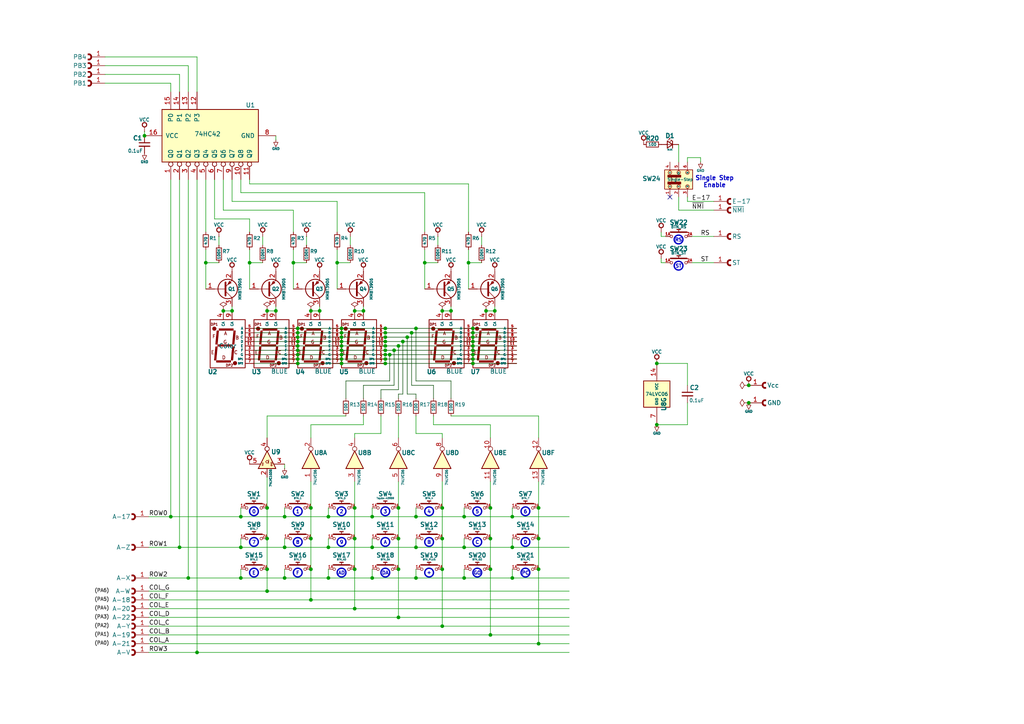
<source format=kicad_sch>
(kicad_sch (version 20250114) (generator "eeschema") (generator_version "9.0")
  (paper "A4")
  (title_block (title "Kim-1 Replica - Keyboard & Display CHIPz Module") (date "2025-07-21") (rev "A") (company "Circuit Monkey"))
  (circle (center 196.8114 77.0568) (radius 1.27) (stroke (width 0.4)))
  (circle (center 99.06 157.1867) (radius 1.27) (stroke (width 0.4)))
  (circle (center 138.43 148.2967) (radius 1.27) (stroke (width 0.4)))
  (circle (center 99.06 148.2967) (radius 1.27) (stroke (width 0.4)))
  (circle (center 138.43 166.0767) (radius 1.27) (stroke (width 0.4)))
  (circle (center 99.06 166.0767) (radius 1.27) (stroke (width 0.4)))
  (circle (center 124.46 148.2967) (radius 1.27) (stroke (width 0.4)))
  (circle (center 152.4 166.0767) (radius 1.27) (stroke (width 0.4)))
  (circle (center 124.46 157.1867) (radius 1.27) (stroke (width 0.4)))
  (circle (center 73.66 166.0767) (radius 1.27) (stroke (width 0.4)))
  (circle (center 111.76 148.2967) (radius 1.27) (stroke (width 0.4)))
  (circle (center 86.36 157.1867) (radius 1.27) (stroke (width 0.4)))
  (circle (center 138.43 157.1867) (radius 1.27) (stroke (width 0.4)))
  (circle (center 86.36 166.0767) (radius 1.27) (stroke (width 0.4)))
  (circle (center 86.36 148.2967) (radius 1.27) (stroke (width 0.4)))
  (circle (center 73.66 148.2967) (radius 1.27) (stroke (width 0.4)))
  (circle (center 111.76 157.1867) (radius 1.27) (stroke (width 0.4)))
  (circle (center 152.4 148.2967) (radius 1.27) (stroke (width 0.4)))
  (circle (center 196.8098 69.4625) (radius 1.27) (stroke (width 0.4)))
  (circle (center 124.46 166.0767) (radius 1.27) (stroke (width 0.4)))
  (circle (center 73.66 157.1867) (radius 1.27) (stroke (width 0.4)))
  (circle (center 152.4 157.1867) (radius 1.27) (stroke (width 0.4)))
  (circle (center 111.76 166.0767) (radius 1.27) (stroke (width 0.4)))
  (text "9" (at 99.06 157.48 0) (effects (font (size 1 1) (thickness 0.2) (bold yes))))
  (text "4" (at 124.46 148.59 0) (effects (font (size 1 1) (thickness 0.2) (bold yes))))
  (text "Single Step\nEnable" (at 207.264 52.832 0) (effects (font (size 1.27 1.27) (thickness 0.254) (bold yes))))
  (text "(PA1)" (at 31.75 184.15 0) (effects (font (size 1 1) (thickness 0.2) (bold yes)) (justify right)))
  (text "GO" (at 138.43 166.37 0) (effects (font (size 1 1) (thickness 0.2) (bold yes))))
  (text "2" (at 99.06 148.59 0) (effects (font (size 1 1) (thickness 0.2) (bold yes))))
  (text "(PA0)" (at 31.75 186.69 0) (effects (font (size 1 1) (thickness 0.2) (bold yes)) (justify right)))
  (text "6" (at 152.4 148.59 0) (effects (font (size 1 1) (thickness 0.2) (bold yes))))
  (text "(PA6)" (at 31.75 171.45 0) (effects (font (size 1 1) (thickness 0.2) (bold yes)) (justify right)))
  (text "RS" (at 196.8098 69.7558 0) (effects (font (size 1 1) (thickness 0.2) (bold yes))))
  (text "0" (at 73.66 148.59 0) (effects (font (size 1 1) (thickness 0.2) (bold yes))))
  (text "E" (at 73.66 166.37 0) (effects (font (size 1 1) (thickness 0.2) (bold yes))))
  (text "7" (at 73.66 157.48 0) (effects (font (size 1 1) (thickness 0.2) (bold yes))))
  (text "AD" (at 99.06 166.37 0) (effects (font (size 1 1) (thickness 0.2) (bold yes))))
  (text "+" (at 124.4582 166.2625 0) (effects (font (size 1 1) (thickness 0.2) (bold yes))))
  (text "PC" (at 152.4 166.37 0) (effects (font (size 1 1) (thickness 0.2) (bold yes))))
  (text "(PA3)" (at 31.75 179.07 0) (effects (font (size 1 1) (thickness 0.2) (bold yes)) (justify right)))
  (text "(PA2)" (at 31.75 181.61 0) (effects (font (size 1 1) (thickness 0.2) (bold yes)) (justify right)))
  (text "(PA4)" (at 31.75 176.53 0) (effects (font (size 1 1) (thickness 0.2) (bold yes)) (justify right)))
  (text "ST" (at 196.8114 77.3501 0) (effects (font (size 1 1) (thickness 0.2) (bold yes))))
  (text "A" (at 111.76 157.48 0) (effects (font (size 1 1) (thickness 0.2) (bold yes))))
  (text "(PA5)" (at 31.75 173.99 0) (effects (font (size 1 1) (thickness 0.2) (bold yes)) (justify right)))
  (text "5" (at 138.43 148.59 0) (effects (font (size 1 1) (thickness 0.2) (bold yes))))
  (text "1" (at 86.36 148.59 0) (effects (font (size 1 1) (thickness 0.2) (bold yes))))
  (text "DA" (at 111.76 166.37 0) (effects (font (size 1 1) (thickness 0.2) (bold yes))))
  (text "F" (at 86.36 166.37 0) (effects (font (size 1 1) (thickness 0.2) (bold yes))))
  (text "B" (at 124.46 157.48 0) (effects (font (size 1 1) (thickness 0.2) (bold yes))))
  (text "D" (at 152.4 157.48 0) (effects (font (size 1 1) (thickness 0.2) (bold yes))))
  (text "C" (at 138.43 157.48 0) (effects (font (size 1 1) (thickness 0.2) (bold yes))))
  (text "3" (at 111.76 148.59 0) (effects (font (size 1 1) (thickness 0.2) (bold yes))))
  (text "8" (at 86.36 157.48 0) (effects (font (size 1 1) (thickness 0.2) (bold yes))))
  (junction (at 115.57 165.1))
  (junction (at 137.16 100.33))
  (junction (at 77.47 147.32))
  (junction (at 137.16 96.52))
  (junction (at 69.85 167.64))
  (junction (at 137.16 104.14))
  (junction (at 111.76 102.87))
  (junction (at 85.09 76.2))
  (junction (at 128.27 90.17))
  (junction (at 102.87 165.1))
  (junction (at 114.3 101.6))
  (junction (at 120.65 95.25))
  (junction (at 115.57 179.07))
  (junction (at 99.06 96.52))
  (junction (at 102.87 90.17))
  (junction (at 99.06 97.79))
  (junction (at 95.25 167.64))
  (junction (at 140.97 90.17))
  (junction (at 137.16 101.6))
  (junction (at 113.03 102.87))
  (junction (at 128.27 147.32))
  (junction (at 156.21 165.1))
  (junction (at 49.53 149.86))
  (junction (at 77.47 165.1))
  (junction (at 95.25 158.75))
  (junction (at 130.81 90.17))
  (junction (at 90.17 165.1))
  (junction (at 95.25 149.86))
  (junction (at 86.36 99.06))
  (junction (at 142.24 184.15))
  (junction (at 156.21 156.21))
  (junction (at 142.24 156.21))
  (junction (at 82.55 158.75))
  (junction (at 107.95 158.75))
  (junction (at 111.76 95.25))
  (junction (at 135.89 76.2))
  (junction (at 54.61 167.64))
  (junction (at 99.06 101.6))
  (junction (at 115.57 100.33))
  (junction (at 77.47 156.21))
  (junction (at 41.91 39.37))
  (junction (at 137.16 97.79))
  (junction (at 116.84 99.06))
  (junction (at 90.17 90.17))
  (junction (at 107.95 149.86))
  (junction (at 92.71 90.17))
  (junction (at 90.17 173.99))
  (junction (at 69.85 149.86))
  (junction (at 156.21 186.69))
  (junction (at 57.15 189.23))
  (junction (at 99.06 105.41))
  (junction (at 86.36 104.14))
  (junction (at 77.47 90.17))
  (junction (at 134.62 167.64))
  (junction (at 137.16 105.41))
  (junction (at 86.36 101.6))
  (junction (at 52.07 158.75))
  (junction (at 120.65 149.86))
  (junction (at 148.59 149.86))
  (junction (at 111.76 100.33))
  (junction (at 59.69 76.2))
  (junction (at 217.17 111.76))
  (junction (at 123.19 76.2))
  (junction (at 115.57 147.32))
  (junction (at 111.76 101.6))
  (junction (at 128.27 165.1))
  (junction (at 86.36 96.52))
  (junction (at 120.65 158.75))
  (junction (at 102.87 156.21))
  (junction (at 111.76 99.06))
  (junction (at 137.16 95.25))
  (junction (at 86.36 102.87))
  (junction (at 69.85 158.75))
  (junction (at 111.76 96.52))
  (junction (at 105.41 90.17))
  (junction (at 97.79 76.2))
  (junction (at 102.87 147.32))
  (junction (at 86.36 95.25))
  (junction (at 67.31 90.17))
  (junction (at 102.87 176.53))
  (junction (at 80.01 90.17))
  (junction (at 137.16 99.06))
  (junction (at 119.38 96.52))
  (junction (at 90.17 147.32))
  (junction (at 134.62 158.75))
  (junction (at 111.76 104.14))
  (junction (at 142.24 147.32))
  (junction (at 82.55 167.64))
  (junction (at 111.76 97.79))
  (junction (at 86.36 100.33))
  (junction (at 82.55 149.86))
  (junction (at 86.36 97.79))
  (junction (at 86.36 105.41))
  (junction (at 77.47 171.45))
  (junction (at 90.17 156.21))
  (junction (at 190.5 105.41))
  (junction (at 120.65 167.64))
  (junction (at 148.59 158.75))
  (junction (at 137.16 102.87))
  (junction (at 111.76 105.41))
  (junction (at 156.21 147.32))
  (junction (at 99.06 102.87))
  (junction (at 148.59 167.64))
  (junction (at 99.06 104.14))
  (junction (at 217.17 116.84))
  (junction (at 99.06 95.25))
  (junction (at 72.39 76.2))
  (junction (at 107.95 167.64))
  (junction (at 128.27 156.21))
  (junction (at 99.06 99.06))
  (junction (at 99.06 100.33))
  (junction (at 128.27 181.61))
  (junction (at 142.24 165.1))
  (junction (at 134.62 149.86))
  (junction (at 143.51 90.17))
  (junction (at 118.11 97.79))
  (junction (at 115.57 156.21))
  (junction (at 64.77 90.17))
  (junction (at 190.5 123.19))
  (no_connect (at 194.31 57.15))
  (wire (pts (xy 99.06 100.33) (xy 111.76 100.33)) (stroke (width 0) (color 0 72 0 0.33)))
  (wire (pts (xy 191.77 67.31) (xy 191.77 68.58)))
  (wire (pts (xy 119.38 111.76) (xy 125.73 111.76)) (stroke (width 0) (color 0 72 0 0.33)))
  (wire (pts (xy 59.69 52.07) (xy 59.69 67.31)))
  (wire (pts (xy 119.38 96.52) (xy 137.16 96.52)) (stroke (width 0) (color 0 72 0 0.33)))
  (wire (pts (xy 137.16 97.79) (xy 149.86 97.79)) (stroke (width 0) (color 0 72 0 0.33)))
  (wire (pts (xy 102.87 165.1) (xy 102.87 176.53)))
  (wire (pts (xy 97.79 76.2) (xy 101.6 76.2)))
  (wire (pts (xy 77.47 120.65) (xy 77.47 127)))
  (wire (pts (xy 128.27 147.32) (xy 128.27 156.21)))
  (wire (pts (xy 134.62 147.32) (xy 134.62 149.86)))
  (wire (pts (xy 127 68.58) (xy 127 71.12)))
  (wire (pts (xy 85.09 60.96) (xy 85.09 67.31)))
  (wire (pts (xy 72.39 76.2) (xy 76.2 76.2)))
  (wire (pts (xy 95.25 158.75) (xy 107.95 158.75)))
  (wire (pts (xy 115.57 165.1) (xy 115.57 179.07)))
  (wire (pts (xy 73.66 101.6) (xy 86.36 101.6)) (stroke (width 0) (color 0 72 0 0.33)))
  (wire (pts (xy 123.19 76.2) (xy 127 76.2)))
  (wire (pts (xy 86.36 104.14) (xy 99.06 104.14)) (stroke (width 0) (color 0 72 0 0.33)))
  (wire (pts (xy 102.87 139.7) (xy 102.87 147.32)))
  (wire (pts (xy 41.91 38.1) (xy 41.91 39.37)))
  (wire (pts (xy 115.57 139.7) (xy 115.57 147.32)))
  (wire (pts (xy 73.66 100.33) (xy 86.36 100.33)) (stroke (width 0) (color 0 72 0 0.33)))
  (wire (pts (xy 123.19 72.39) (xy 123.19 76.2)))
  (wire (pts (xy 199.39 111.76) (xy 199.39 105.41)))
  (wire (pts (xy 100.33 120.65) (xy 77.47 120.65)))
  (wire (pts (xy 99.06 99.06) (xy 111.76 99.06)) (stroke (width 0) (color 0 72 0 0.33)))
  (wire (pts (xy 73.66 99.06) (xy 86.36 99.06)) (stroke (width 0) (color 0 72 0 0.33)))
  (wire (pts (xy 111.76 100.33) (xy 115.57 100.33)) (stroke (width 0) (color 0 72 0 0.33)))
  (wire (pts (xy 99.06 95.25) (xy 111.76 95.25)) (stroke (width 0) (color 0 72 0 0.33)))
  (wire (pts (xy 57.15 52.07) (xy 57.15 189.23)))
  (wire (pts (xy 137.16 102.87) (xy 149.86 102.87)) (stroke (width 0) (color 0 72 0 0.33)))
  (wire (pts (xy 105.41 120.65) (xy 105.41 123.19)))
  (wire (pts (xy 54.61 19.05) (xy 54.61 26.67)))
  (wire (pts (xy 69.85 156.21) (xy 69.85 158.75)))
  (wire (pts (xy 135.89 76.2) (xy 135.89 83.82)))
  (wire (pts (xy 54.61 52.07) (xy 54.61 167.64)))
  (wire (pts (xy 43.18 189.23) (xy 57.15 189.23)))
  (wire (pts (xy 111.76 99.06) (xy 116.84 99.06)) (stroke (width 0) (color 0 72 0 0.33)))
  (wire (pts (xy 69.85 55.88) (xy 123.19 55.88)))
  (wire (pts (xy 134.62 167.64) (xy 148.59 167.64)))
  (wire (pts (xy 135.89 72.39) (xy 135.89 76.2)))
  (wire (pts (xy 102.87 147.32) (xy 102.87 156.21)))
  (wire (pts (xy 43.18 167.64) (xy 54.61 167.64)))
  (wire (pts (xy 142.24 184.15) (xy 165.1 184.15)))
  (wire (pts (xy 43.18 158.75) (xy 52.07 158.75)))
  (wire (pts (xy 128.27 125.73) (xy 128.27 127)))
  (wire (pts (xy 86.36 101.6) (xy 99.06 101.6)) (stroke (width 0) (color 0 72 0 0.33)))
  (wire (pts (xy 72.39 53.34) (xy 135.89 53.34)))
  (wire (pts (xy 137.16 101.6) (xy 149.86 101.6)) (stroke (width 0) (color 0 72 0 0.33)))
  (wire (pts (xy 135.89 53.34) (xy 135.89 67.31)))
  (wire (pts (xy 115.57 100.33) (xy 137.16 100.33)) (stroke (width 0) (color 0 72 0 0.33)))
  (wire (pts (xy 116.84 114.3) (xy 115.57 114.3)) (stroke (width 0) (color 0 72 0 0.33)))
  (wire (pts (xy 200.66 76.2) (xy 207.01 76.2)))
  (wire (pts (xy 119.38 96.52) (xy 119.38 111.76)) (stroke (width 0) (color 0 72 0 0.33)))
  (wire (pts (xy 85.09 76.2) (xy 85.09 83.82)))
  (wire (pts (xy 49.53 149.86) (xy 69.85 149.86)))
  (wire (pts (xy 72.39 63.5) (xy 72.39 67.31)))
  (wire (pts (xy 125.73 123.19) (xy 142.24 123.19)))
  (wire (pts (xy 199.39 46.99) (xy 199.39 45.72)))
  (wire (pts (xy 110.49 113.03) (xy 110.49 115.57)) (stroke (width 0) (color 0 72 0 0.33)))
  (wire (pts (xy 128.27 181.61) (xy 165.1 181.61)))
  (wire (pts (xy 85.09 72.39) (xy 85.09 76.2)))
  (wire (pts (xy 111.76 95.25) (xy 120.65 95.25)) (stroke (width 0) (color 0 72 0 0.33)))
  (wire (pts (xy 77.47 90.17) (xy 80.01 90.17)))
  (wire (pts (xy 82.55 165.1) (xy 82.55 167.64)))
  (wire (pts (xy 90.17 156.21) (xy 90.17 165.1)))
  (wire (pts (xy 137.16 100.33) (xy 149.86 100.33)) (stroke (width 0) (color 0 72 0 0.33)))
  (wire (pts (xy 142.24 165.1) (xy 142.24 184.15)))
  (wire (pts (xy 107.95 165.1) (xy 107.95 167.64)))
  (wire (pts (xy 125.73 111.76) (xy 125.73 115.57)) (stroke (width 0) (color 0 72 0 0.33)))
  (wire (pts (xy 199.39 57.15) (xy 199.39 58.42)))
  (wire (pts (xy 85.09 76.2) (xy 88.9 76.2)))
  (wire (pts (xy 148.59 156.21) (xy 148.59 158.75)))
  (wire (pts (xy 105.41 123.19) (xy 90.17 123.19)))
  (wire (pts (xy 72.39 72.39) (xy 72.39 76.2)))
  (wire (pts (xy 134.62 158.75) (xy 148.59 158.75)))
  (wire (pts (xy 43.18 176.53) (xy 102.87 176.53)))
  (wire (pts (xy 95.25 147.32) (xy 95.25 149.86)))
  (wire (pts (xy 115.57 113.03) (xy 110.49 113.03)) (stroke (width 0) (color 0 72 0 0.33)))
  (wire (pts (xy 142.24 123.19) (xy 142.24 127)))
  (wire (pts (xy 130.81 90.17) (xy 130.81 88.9)))
  (wire (pts (xy 43.18 171.45) (xy 77.47 171.45)))
  (wire (pts (xy 123.19 76.2) (xy 123.19 83.82)))
  (wire (pts (xy 43.18 181.61) (xy 128.27 181.61)))
  (wire (pts (xy 90.17 165.1) (xy 90.17 173.99)))
  (wire (pts (xy 140.97 90.17) (xy 143.51 90.17)))
  (wire (pts (xy 193.04 68.58) (xy 191.77 68.58)))
  (wire (pts (xy 73.66 105.41) (xy 86.36 105.41)) (stroke (width 0) (color 0 72 0 0.33)))
  (wire (pts (xy 156.21 186.69) (xy 165.1 186.69)))
  (wire (pts (xy 62.23 52.07) (xy 62.23 63.5)))
  (wire (pts (xy 72.39 76.2) (xy 72.39 83.82)))
  (wire (pts (xy 199.39 105.41) (xy 190.5 105.41)))
  (wire (pts (xy 118.11 97.79) (xy 118.11 114.3)) (stroke (width 0) (color 0 72 0 0.33)))
  (wire (pts (xy 43.18 173.99) (xy 90.17 173.99)))
  (wire (pts (xy 130.81 110.49) (xy 130.81 115.57)) (stroke (width 0) (color 0 72 0 0.33)))
  (wire (pts (xy 77.47 171.45) (xy 165.1 171.45)))
  (wire (pts (xy 120.65 158.75) (xy 134.62 158.75)))
  (wire (pts (xy 77.47 138.43) (xy 77.47 147.32)))
  (wire (pts (xy 156.21 120.65) (xy 156.21 127)))
  (wire (pts (xy 54.61 167.64) (xy 69.85 167.64)))
  (wire (pts (xy 101.6 68.58) (xy 101.6 71.12)))
  (wire (pts (xy 30.48 24.13) (xy 49.53 24.13)))
  (wire (pts (xy 52.07 52.07) (xy 52.07 158.75)))
  (wire (pts (xy 102.87 156.21) (xy 102.87 165.1)))
  (wire (pts (xy 110.49 125.73) (xy 102.87 125.73)))
  (wire (pts (xy 120.65 167.64) (xy 134.62 167.64)))
  (wire (pts (xy 64.77 52.07) (xy 64.77 60.96)))
  (wire (pts (xy 92.71 90.17) (xy 92.71 88.9)))
  (wire (pts (xy 135.89 76.2) (xy 139.7 76.2)))
  (wire (pts (xy 128.27 139.7) (xy 128.27 147.32)))
  (wire (pts (xy 115.57 179.07) (xy 165.1 179.07)))
  (wire (pts (xy 30.48 21.59) (xy 52.07 21.59)))
  (wire (pts (xy 69.85 52.07) (xy 69.85 55.88)))
  (wire (pts (xy 193.04 76.2) (xy 191.77 76.2)))
  (wire (pts (xy 120.65 125.73) (xy 128.27 125.73)))
  (wire (pts (xy 120.65 149.86) (xy 134.62 149.86)))
  (wire (pts (xy 105.41 90.17) (xy 105.41 88.9)))
  (wire (pts (xy 148.59 167.64) (xy 165.1 167.64)))
  (wire (pts (xy 137.16 99.06) (xy 149.86 99.06)) (stroke (width 0) (color 0 72 0 0.33)))
  (wire (pts (xy 114.3 111.76) (xy 105.41 111.76)) (stroke (width 0) (color 0 72 0 0.33)))
  (wire (pts (xy 90.17 139.7) (xy 90.17 147.32)))
  (wire (pts (xy 95.25 165.1) (xy 95.25 167.64)))
  (wire (pts (xy 115.57 156.21) (xy 115.57 165.1)))
  (wire (pts (xy 82.55 167.64) (xy 95.25 167.64)))
  (wire (pts (xy 63.5 68.58) (xy 63.5 71.12)))
  (wire (pts (xy 120.65 95.25) (xy 120.65 110.49)) (stroke (width 0) (color 0 72 0 0.33)))
  (wire (pts (xy 134.62 165.1) (xy 134.62 167.64)))
  (wire (pts (xy 114.3 101.6) (xy 114.3 111.76)) (stroke (width 0) (color 0 72 0 0.33)))
  (wire (pts (xy 43.18 179.07) (xy 115.57 179.07)))
  (wire (pts (xy 199.39 123.19) (xy 190.5 123.19)))
  (wire (pts (xy 59.69 72.39) (xy 59.69 76.2)))
  (wire (pts (xy 80.01 90.17) (xy 80.01 88.9)))
  (wire (pts (xy 120.65 165.1) (xy 120.65 167.64)))
  (wire (pts (xy 59.69 76.2) (xy 63.5 76.2)))
  (wire (pts (xy 67.31 52.07) (xy 67.31 58.42)))
  (wire (pts (xy 137.16 96.52) (xy 149.86 96.52)) (stroke (width 0) (color 0 72 0 0.33)))
  (wire (pts (xy 191.77 76.2) (xy 191.77 74.93)))
  (wire (pts (xy 90.17 90.17) (xy 92.71 90.17)))
  (wire (pts (xy 115.57 120.65) (xy 115.57 127)))
  (wire (pts (xy 128.27 156.21) (xy 128.27 165.1)))
  (wire (pts (xy 90.17 173.99) (xy 165.1 173.99)))
  (wire (pts (xy 125.73 120.65) (xy 125.73 123.19)))
  (wire (pts (xy 116.84 99.06) (xy 137.16 99.06)) (stroke (width 0) (color 0 72 0 0.33)))
  (wire (pts (xy 120.65 95.25) (xy 137.16 95.25)) (stroke (width 0) (color 0 72 0 0.33)))
  (wire (pts (xy 148.59 147.32) (xy 148.59 149.86)))
  (wire (pts (xy 82.55 158.75) (xy 95.25 158.75)))
  (wire (pts (xy 115.57 147.32) (xy 115.57 156.21)))
  (wire (pts (xy 62.23 63.5) (xy 72.39 63.5)))
  (wire (pts (xy 57.15 16.51) (xy 57.15 26.67)))
  (wire (pts (xy 88.9 68.58) (xy 88.9 71.12)))
  (wire (pts (xy 82.55 147.32) (xy 82.55 149.86)))
  (wire (pts (xy 111.76 104.14) (xy 137.16 104.14)) (stroke (width 0) (color 0 72 0 0.33)))
  (wire (pts (xy 30.48 16.51) (xy 57.15 16.51)))
  (wire (pts (xy 86.36 100.33) (xy 99.06 100.33)) (stroke (width 0) (color 0 72 0 0.33)))
  (wire (pts (xy 142.24 147.32) (xy 142.24 156.21)))
  (wire (pts (xy 43.18 149.86) (xy 49.53 149.86)))
  (wire (pts (xy 137.16 104.14) (xy 149.86 104.14)) (stroke (width 0) (color 0 72 0 0.33)))
  (wire (pts (xy 86.36 105.41) (xy 99.06 105.41)) (stroke (width 0) (color 0 72 0 0.33)))
  (wire (pts (xy 134.62 156.21) (xy 134.62 158.75)))
  (wire (pts (xy 73.66 96.52) (xy 86.36 96.52)) (stroke (width 0) (color 0 72 0 0.33)))
  (wire (pts (xy 64.77 90.17) (xy 67.31 90.17)))
  (wire (pts (xy 69.85 158.75) (xy 82.55 158.75)))
  (wire (pts (xy 69.85 149.86) (xy 82.55 149.86)))
  (wire (pts (xy 99.06 97.79) (xy 111.76 97.79)) (stroke (width 0) (color 0 72 0 0.33)))
  (wire (pts (xy 77.47 147.32) (xy 77.47 156.21)))
  (wire (pts (xy 43.18 186.69) (xy 156.21 186.69)))
  (wire (pts (xy 148.59 165.1) (xy 148.59 167.64)))
  (wire (pts (xy 90.17 123.19) (xy 90.17 127)))
  (wire (pts (xy 120.65 110.49) (xy 130.81 110.49)) (stroke (width 0) (color 0 72 0 0.33)))
  (wire (pts (xy 111.76 96.52) (xy 119.38 96.52)) (stroke (width 0) (color 0 72 0 0.33)))
  (wire (pts (xy 128.27 165.1) (xy 128.27 181.61)))
  (wire (pts (xy 64.77 60.96) (xy 85.09 60.96)))
  (wire (pts (xy 82.55 156.21) (xy 82.55 158.75)))
  (wire (pts (xy 196.85 60.96) (xy 207.01 60.96)))
  (wire (pts (xy 105.41 111.76) (xy 105.41 115.57)) (stroke (width 0) (color 0 72 0 0.33)))
  (wire (pts (xy 111.76 105.41) (xy 137.16 105.41)) (stroke (width 0) (color 0 72 0 0.33)))
  (wire (pts (xy 72.39 52.07) (xy 72.39 53.34)))
  (wire (pts (xy 82.55 134.62) (xy 82.55 135.89)))
  (wire (pts (xy 69.85 147.32) (xy 69.85 149.86)))
  (wire (pts (xy 86.36 96.52) (xy 99.06 96.52)) (stroke (width 0) (color 0 72 0 0.33)))
  (wire (pts (xy 118.11 114.3) (xy 120.65 114.3)) (stroke (width 0) (color 0 72 0 0.33)))
  (wire (pts (xy 120.65 147.32) (xy 120.65 149.86)))
  (wire (pts (xy 115.57 100.33) (xy 115.57 113.03)) (stroke (width 0) (color 0 72 0 0.33)))
  (wire (pts (xy 86.36 97.79) (xy 99.06 97.79)) (stroke (width 0) (color 0 72 0 0.33)))
  (wire (pts (xy 142.24 156.21) (xy 142.24 165.1)))
  (wire (pts (xy 156.21 156.21) (xy 156.21 165.1)))
  (wire (pts (xy 107.95 167.64) (xy 120.65 167.64)))
  (wire (pts (xy 99.06 96.52) (xy 111.76 96.52)) (stroke (width 0) (color 0 72 0 0.33)))
  (wire (pts (xy 95.25 156.21) (xy 95.25 158.75)))
  (wire (pts (xy 120.65 156.21) (xy 120.65 158.75)))
  (wire (pts (xy 143.51 90.17) (xy 143.51 88.9)))
  (wire (pts (xy 30.48 19.05) (xy 54.61 19.05)))
  (wire (pts (xy 142.24 139.7) (xy 142.24 147.32)))
  (wire (pts (xy 73.66 102.87) (xy 86.36 102.87)) (stroke (width 0) (color 0 72 0 0.33)))
  (wire (pts (xy 199.39 58.42) (xy 207.01 58.42)))
  (wire (pts (xy 97.79 58.42) (xy 97.79 67.31)))
  (wire (pts (xy 203.2 45.72) (xy 203.2 46.99)))
  (wire (pts (xy 67.31 88.9) (xy 67.31 90.17)))
  (wire (pts (xy 111.76 97.79) (xy 118.11 97.79)) (stroke (width 0) (color 0 72 0 0.33)))
  (wire (pts (xy 99.06 104.14) (xy 111.76 104.14)) (stroke (width 0) (color 0 72 0 0.33)))
  (wire (pts (xy 111.76 102.87) (xy 113.03 102.87)) (stroke (width 0) (color 0 72 0 0.33)))
  (wire (pts (xy 107.95 147.32) (xy 107.95 149.86)))
  (wire (pts (xy 69.85 167.64) (xy 82.55 167.64)))
  (wire (pts (xy 99.06 105.41) (xy 111.76 105.41)) (stroke (width 0) (color 0 72 0 0.33)))
  (wire (pts (xy 102.87 176.53) (xy 165.1 176.53)))
  (wire (pts (xy 196.85 41.91) (xy 196.85 46.99)))
  (wire (pts (xy 95.25 149.86) (xy 107.95 149.86)))
  (wire (pts (xy 100.33 110.49) (xy 100.33 115.57)) (stroke (width 0) (color 0 72 0 0.33)))
  (wire (pts (xy 99.06 101.6) (xy 111.76 101.6)) (stroke (width 0) (color 0 72 0 0.33)))
  (wire (pts (xy 137.16 95.25) (xy 149.86 95.25)) (stroke (width 0) (color 0 72 0 0.33)))
  (wire (pts (xy 196.85 57.15) (xy 196.85 60.96)))
  (wire (pts (xy 49.53 24.13) (xy 49.53 26.67)))
  (wire (pts (xy 95.25 167.64) (xy 107.95 167.64)))
  (wire (pts (xy 148.59 149.86) (xy 165.1 149.86)))
  (wire (pts (xy 69.85 165.1) (xy 69.85 167.64)))
  (wire (pts (xy 120.65 120.65) (xy 120.65 125.73)))
  (wire (pts (xy 113.03 102.87) (xy 137.16 102.87)) (stroke (width 0) (color 0 72 0 0.33)))
  (wire (pts (xy 113.03 110.49) (xy 100.33 110.49)) (stroke (width 0) (color 0 72 0 0.33)))
  (wire (pts (xy 148.59 158.75) (xy 165.1 158.75)))
  (wire (pts (xy 76.2 68.58) (xy 76.2 71.12)))
  (wire (pts (xy 120.65 114.3) (xy 120.65 115.57)) (stroke (width 0) (color 0 72 0 0.33)))
  (wire (pts (xy 52.07 21.59) (xy 52.07 26.67)))
  (wire (pts (xy 73.66 104.14) (xy 86.36 104.14)) (stroke (width 0) (color 0 72 0 0.33)))
  (wire (pts (xy 199.39 45.72) (xy 203.2 45.72)))
  (wire (pts (xy 102.87 90.17) (xy 105.41 90.17)))
  (wire (pts (xy 200.66 68.58) (xy 207.01 68.58)))
  (wire (pts (xy 102.87 125.73) (xy 102.87 127)))
  (wire (pts (xy 113.03 102.87) (xy 113.03 110.49)) (stroke (width 0) (color 0 72 0 0.33)))
  (wire (pts (xy 80.01 39.37) (xy 80.01 40.64)))
  (wire (pts (xy 77.47 156.21) (xy 77.47 165.1)))
  (wire (pts (xy 137.16 105.41) (xy 149.86 105.41)) (stroke (width 0) (color 0 72 0 0.33)))
  (wire (pts (xy 73.66 97.79) (xy 86.36 97.79)) (stroke (width 0) (color 0 72 0 0.33)))
  (wire (pts (xy 111.76 101.6) (xy 114.3 101.6)) (stroke (width 0) (color 0 72 0 0.33)))
  (wire (pts (xy 156.21 165.1) (xy 156.21 186.69)))
  (wire (pts (xy 128.27 90.17) (xy 130.81 90.17)))
  (wire (pts (xy 86.36 102.87) (xy 99.06 102.87)) (stroke (width 0) (color 0 72 0 0.33)))
  (wire (pts (xy 156.21 147.32) (xy 156.21 156.21)))
  (wire (pts (xy 73.66 95.25) (xy 86.36 95.25)) (stroke (width 0) (color 0 72 0 0.33)))
  (wire (pts (xy 97.79 76.2) (xy 97.79 83.82)))
  (wire (pts (xy 99.06 102.87) (xy 111.76 102.87)) (stroke (width 0) (color 0 72 0 0.33)))
  (wire (pts (xy 139.7 68.58) (xy 139.7 71.12)))
  (wire (pts (xy 49.53 52.07) (xy 49.53 149.86)))
  (wire (pts (xy 199.39 116.84) (xy 199.39 123.19)))
  (wire (pts (xy 134.62 149.86) (xy 148.59 149.86)))
  (wire (pts (xy 59.69 76.2) (xy 59.69 83.82)))
  (wire (pts (xy 107.95 149.86) (xy 120.65 149.86)))
  (wire (pts (xy 77.47 165.1) (xy 77.47 171.45)))
  (wire (pts (xy 52.07 158.75) (xy 69.85 158.75)))
  (wire (pts (xy 82.55 149.86) (xy 95.25 149.86)))
  (wire (pts (xy 107.95 158.75) (xy 120.65 158.75)))
  (wire (pts (xy 114.3 101.6) (xy 137.16 101.6)) (stroke (width 0) (color 0 72 0 0.33)))
  (wire (pts (xy 107.95 156.21) (xy 107.95 158.75)))
  (wire (pts (xy 86.36 95.25) (xy 99.06 95.25)) (stroke (width 0) (color 0 72 0 0.33)))
  (wire (pts (xy 123.19 55.88) (xy 123.19 67.31)))
  (wire (pts (xy 97.79 72.39) (xy 97.79 76.2)))
  (wire (pts (xy 86.36 99.06) (xy 99.06 99.06)) (stroke (width 0) (color 0 72 0 0.33)))
  (wire (pts (xy 43.18 184.15) (xy 142.24 184.15)))
  (wire (pts (xy 90.17 147.32) (xy 90.17 156.21)))
  (wire (pts (xy 110.49 120.65) (xy 110.49 125.73)))
  (wire (pts (xy 118.11 97.79) (xy 137.16 97.79)) (stroke (width 0) (color 0 72 0 0.33)))
  (wire (pts (xy 67.31 58.42) (xy 97.79 58.42)))
  (wire (pts (xy 156.21 139.7) (xy 156.21 147.32)))
  (wire (pts (xy 130.81 120.65) (xy 156.21 120.65)))
  (wire (pts (xy 57.15 189.23) (xy 165.1 189.23)))
  (wire (pts (xy 115.57 114.3) (xy 115.57 115.57)) (stroke (width 0) (color 0 72 0 0.33)))
  (wire (pts (xy 116.84 99.06) (xy 116.84 114.3)) (stroke (width 0) (color 0 72 0 0.33)))
  (label "ST" (at 203.2 76.2 0))
  (label "E-17" (at 200.66 58.42 0))
  (label "~{NMI}" (at 200.66 60.96 0))
  (label "COL_A" (at 43.18 186.69 0) (effects (font (thickness 0.1588))))
  (label "COL_B" (at 43.18 184.15 0) (effects (font (thickness 0.1588))))
  (label "COL_C" (at 43.18 181.61 0) (effects (font (thickness 0.1588))))
  (label "COL_D" (at 43.18 179.07 0) (effects (font (thickness 0.1588))))
  (label "COL_G" (at 43.18 171.45 0))
  (label "COL_E" (at 43.18 176.53 0))
  (label "COL_F" (at 43.18 173.99 0))
  (label "ROW2" (at 43.18 167.64 0) (effects (font (thickness 0.1588))))
  (label "ROW0" (at 43.18 149.86 0) (effects (font (thickness 0.1588))))
  (label "ROW1" (at 43.18 158.75 0) (effects (font (thickness 0.1588))))
  (label "ROW3" (at 43.18 189.23 0) (effects (font (thickness 0.1588))))
  (label "RS" (at 203.2 68.58 0))
  (symbol (lib_id "CM_power:GND") (at 80.01 40.64 0) (unit 1)
    (property "Reference" "#PWR02" (effects (hide yes)))
    (property "Value" "GND" (at 80.01 42.74 0) (effects (font (size 0.7 0.7)) (justify top)))
    (property "Description" "Power symbol creates a global label with name \"GND\" , ground" (effects (hide yes)))
  )
  (symbol (lib_id "CM_power:VCC") (at 143.51 78.74 0) (unit 1)
    (property "Reference" "#PWR019" (effects (hide yes)))
    (property "Value" "VCC" (at 143.51 75.946 0) (effects (font (size 1 1)) (justify bottom)))
    (property "Description" "Power symbol creates a global label with name \"VCC\"" (effects (hide yes)))
  )
  (symbol (lib_id "CM_Switch:Tactile_Push_SP") (at 86.36 156.21 0) (unit 1)
    (property "Reference" "SW9" (at 86.36 152.146 0) (effects (font (thickness 0.254) (bold yes))))
    (property "Value" "BTN_8" (at 86.36 153.67 0) (effects (font (size 0.5 0.5)) (justify bottom)))
    (property "Footprint" "CM_Switches:Tactile_CK_KSC_6x6_Gullwing" (effects (hide yes)))
    (property "Datasheet" "https://www.taydaelectronics.com/tact-switch-6-3-6-6mm-3-1mm-smd-spst-no.html" (effects (hide yes)))
    (property "Description" "Tactile Switch, 1P" (effects (hide yes)))
  )
  (symbol (lib_id "CM_Connector_Generic:cast-01") (at 40.64 186.69 0) (unit 1) (in_bom no)
    (property "Reference" "CST20" (effects (hide yes)))
    (property "Value" "A-21" (at 37.846 186.69 0) (effects (justify right)))
    (property "Footprint" "CM_Connector_Castelated:cast-2.0-01P" (effects (hide yes)))
    (property "Description" "Castelated PCB Edge - 2.0mm - 1P" (effects (hide yes)))
  )
  (symbol (lib_id "CM_Switch:Tactile_Push_SP") (at 111.76 147.32 0) (unit 1)
    (property "Reference" "SW4" (at 111.76 143.256 0) (effects (font (thickness 0.254) (bold yes))))
    (property "Value" "Tayda-A3959" (at 111.76 144.78 0) (effects (font (size 0.5 0.5)) (justify bottom)))
    (property "Footprint" "CM_Switches:Tactile_CK_KSC_6x6_Gullwing" (effects (hide yes)))
    (property "Datasheet" "https://www.taydaelectronics.com/tact-switch-6-3-6-6mm-3-1mm-smd-spst-no.html" (effects (hide yes)))
    (property "Description" "Tactile Switch, 1P" (effects (hide yes)))
  )
  (symbol (lib_id "Device:R_Small") (at 139.7 73.66 0) (unit 1)
    (property "Reference" "R12" (at 140.716 72.898 0) (effects (font (size 1.016 1.016)) (justify left)))
    (property "Value" "100K" (at 139.7 73.66 90) (effects (font (size 0.8 0.8))))
    (property "Footprint" "Resistor_SMD:R_0603_1608Metric" (effects (hide yes)))
    (property "Description" "Resistor, small symbol" (effects (hide yes)))
  )
  (symbol (lib_id "CM_power:GND") (at 217.17 116.84 0) (unit 1)
    (property "Reference" "#PWR022" (effects (hide yes)))
    (property "Value" "GND" (at 217.17 118.94 0) (effects (font (size 0.7 0.7)) (justify top)))
    (property "Description" "Power symbol creates a global label with name \"GND\" , ground" (effects (hide yes)))
  )
  (symbol (lib_id "Device:R_Small") (at 135.89 69.85 0) (unit 1)
    (property "Reference" "R6" (at 136.906 69.088 0) (effects (font (size 1.016 1.016)) (justify left)))
    (property "Value" "470" (at 135.89 69.85 90) (effects (font (size 0.8 0.8))))
    (property "Footprint" "Resistor_SMD:R_0603_1608Metric" (effects (hide yes)))
    (property "Description" "Resistor, small symbol" (effects (hide yes)))
  )
  (symbol (lib_id "CM_Connector_Generic:cast-01") (at 27.94 24.13 0) (unit 1) (in_bom no)
    (property "Reference" "CST4" (effects (hide yes)))
    (property "Value" "PB1" (at 25.146 24.13 0) (effects (justify right)))
    (property "Footprint" "CM_Connector_Castelated:cast-2.0-01P" (effects (hide yes)))
    (property "Description" "Castelated PCB Edge - 2.0mm - 1P" (effects (hide yes)))
  )
  (symbol (lib_id "CM_Switch:Tactile_Push_SP") (at 124.46 147.32 0) (unit 1)
    (property "Reference" "SW5" (at 124.46 143.256 0) (effects (font (thickness 0.254) (bold yes))))
    (property "Value" "BTN_4" (at 124.46 144.78 0) (effects (font (size 0.5 0.5)) (justify bottom)))
    (property "Footprint" "CM_Switches:Tactile_CK_KSC_6x6_Gullwing" (effects (hide yes)))
    (property "Datasheet" "https://www.taydaelectronics.com/tact-switch-6-3-6-6mm-3-1mm-smd-spst-no.html" (effects (hide yes)))
    (property "Description" "Tactile Switch, 1P" (effects (hide yes)))
  )
  (symbol (lib_id "Device:R_Small") (at 110.49 118.11 0) (unit 1)
    (property "Reference" "R15" (at 111.506 117.348 0) (effects (font (size 1.016 1.016)) (justify left)))
    (property "Value" "100" (at 110.49 118.11 90) (effects (font (size 0.8 0.8))))
    (property "Footprint" "Resistor_SMD:R_0603_1608Metric" (effects (hide yes)))
    (property "Description" "Resistor, small symbol" (effects (hide yes)))
  )
  (symbol (lib_id "Device:C_Small") (at 199.39 114.3 0) (unit 1)
    (property "Reference" "C2" (at 199.898 113.284 0) (effects (font (thickness 0.254) (bold yes)) (justify left bottom)))
    (property "Value" "0.1uF" (at 199.898 115.57 0) (effects (font (size 1 1)) (justify left top)))
    (property "Footprint" "Capacitor_SMD:C_0603_1608Metric" (effects (hide yes)))
    (property "Description" "Unpolarized capacitor, small symbol" (effects (hide yes)))
  )
  (symbol (lib_id "CM_power:VCC") (at 130.81 78.74 0) (unit 1)
    (property "Reference" "#PWR018" (effects (hide yes)))
    (property "Value" "VCC" (at 130.81 75.946 0) (effects (font (size 1 1)) (justify bottom)))
    (property "Description" "Power symbol creates a global label with name \"VCC\"" (effects (hide yes)))
  )
  (symbol (lib_id "CM_Connector_Generic:cast-01") (at 27.94 21.59 0) (unit 1) (in_bom no)
    (property "Reference" "CST3" (effects (hide yes)))
    (property "Value" "PB2" (at 25.146 21.59 0) (effects (justify right)))
    (property "Footprint" "CM_Connector_Castelated:cast-2.0-01P" (effects (hide yes)))
    (property "Description" "Castelated PCB Edge - 2.0mm - 1P" (effects (hide yes)))
  )
  (symbol (lib_id "CM_Connector_Generic:cast-01") (at 209.55 60.96 0) (mirror y) (unit 1) (in_bom no)
    (property "Reference" "CST6" (effects (hide yes)))
    (property "Value" "~{NMI}" (at 212.344 60.96 0) (effects (justify right)))
    (property "Footprint" "CM_Connector_Castelated:cast-2.0-01P" (effects (hide yes)))
    (property "Description" "Castelated PCB Edge - 2.0mm - 1P" (effects (hide yes)))
  )
  (symbol (lib_id "Device:R_Small") (at 130.81 118.11 0) (unit 1)
    (property "Reference" "R19" (at 131.826 117.348 0) (effects (font (size 1.016 1.016)) (justify left)))
    (property "Value" "100" (at 130.81 118.11 90) (effects (font (size 0.8 0.8))))
    (property "Footprint" "Resistor_SMD:R_0603_1608Metric" (effects (hide yes)))
    (property "Description" "Resistor, small symbol" (effects (hide yes)))
  )
  (symbol (lib_id "Device:R_Small") (at 105.41 118.11 0) (unit 1)
    (property "Reference" "R14" (at 106.426 117.348 0) (effects (font (size 1.016 1.016)) (justify left)))
    (property "Value" "100" (at 105.41 118.11 90) (effects (font (size 0.8 0.8))))
    (property "Footprint" "Resistor_SMD:R_0603_1608Metric" (effects (hide yes)))
    (property "Description" "Resistor, small symbol" (effects (hide yes)))
  )
  (symbol (lib_id "power:PWR_FLAG") (at 90.17 90.17 0) (unit 1)
    (property "Reference" "#FLG03" (effects (hide yes)))
    (property "Value" "PWR_FLAG" (effects (hide yes)))
    (property "Description" "Special symbol for telling ERC where power comes from" (effects (hide yes)))
  )
  (symbol (lib_id "CM_Switch:Tactile_Push_SP") (at 152.4 165.1 0) (unit 1)
    (property "Reference" "SW21" (at 152.4 161.036 0) (effects (font (thickness 0.254) (bold yes))))
    (property "Value" "BTN_PC" (at 152.4 162.56 0) (effects (font (size 0.5 0.5)) (justify bottom)))
    (property "Footprint" "CM_Switches:Tactile_CK_KSC_6x6_Gullwing" (effects (hide yes)))
    (property "Datasheet" "https://www.taydaelectronics.com/tact-switch-6-3-6-6mm-3-1mm-smd-spst-no.html" (effects (hide yes)))
    (property "Description" "Tactile Switch, 1P" (effects (hide yes)))
  )
  (symbol (lib_id "Transistor_BJT:MMBT3906") (at 90.17 83.82 0) (mirror x) (unit 1)
    (property "Reference" "Q3" (at 91.44 83.82 0) (effects (font (size 1 1) (thickness 0.2) (bold yes)) (justify left)))
    (property "Value" "MMBT3906" (at 94.996 83.82 90) (effects (font (size 0.8 0.8))))
    (property "Footprint" "Package_TO_SOT_SMD:SOT-23" (effects (hide yes)))
    (property "Datasheet" "https://www.onsemi.com/pdf/datasheet/pzt3906-d.pdf" (effects (hide yes)))
    (property "Description" "-0.2A Ic, -40V Vce, Small Signal PNP Transistor, SOT-23" (effects (hide yes)))
  )
  (symbol (lib_id "power:PWR_FLAG") (at 77.47 90.17 0) (unit 1)
    (property "Reference" "#FLG02" (effects (hide yes)))
    (property "Value" "PWR_FLAG" (effects (hide yes)))
    (property "Description" "Special symbol for telling ERC where power comes from" (effects (hide yes)))
  )
  (symbol (lib_id "CM_Switch:Tactile_Push_SP") (at 111.76 156.21 0) (unit 1)
    (property "Reference" "SW11" (at 111.76 152.146 0) (effects (font (thickness 0.254) (bold yes))))
    (property "Value" "BTN_A" (at 111.76 153.67 0) (effects (font (size 0.5 0.5)) (justify bottom)))
    (property "Footprint" "CM_Switches:Tactile_CK_KSC_6x6_Gullwing" (effects (hide yes)))
    (property "Datasheet" "https://www.taydaelectronics.com/tact-switch-6-3-6-6mm-3-1mm-smd-spst-no.html" (effects (hide yes)))
    (property "Description" "Tactile Switch, 1P" (effects (hide yes)))
  )
  (symbol (lib_id "CM_Switch:Tactile_Push_SP") (at 86.36 165.1 0) (unit 1)
    (property "Reference" "SW16" (at 86.36 161.036 0) (effects (font (thickness 0.254) (bold yes))))
    (property "Value" "BTN_F" (at 86.36 162.56 0) (effects (font (size 0.5 0.5)) (justify bottom)))
    (property "Footprint" "CM_Switches:Tactile_CK_KSC_6x6_Gullwing" (effects (hide yes)))
    (property "Datasheet" "https://www.taydaelectronics.com/tact-switch-6-3-6-6mm-3-1mm-smd-spst-no.html" (effects (hide yes)))
    (property "Description" "Tactile Switch, 1P" (effects (hide yes)))
  )
  (symbol (lib_id "Device:R_Small") (at 115.57 118.11 0) (unit 1)
    (property "Reference" "R16" (at 116.586 117.348 0) (effects (font (size 1.016 1.016)) (justify left)))
    (property "Value" "100" (at 115.57 118.11 90) (effects (font (size 0.8 0.8))))
    (property "Footprint" "Resistor_SMD:R_0603_1608Metric" (effects (hide yes)))
    (property "Description" "Resistor, small symbol" (effects (hide yes)))
  )
  (symbol (lib_id "Device:LED_Small") (at 194.31 41.91 0) (mirror y) (unit 1)
    (property "Reference" "D1" (at 194.31 39.37 0) (effects (font (thickness 0.254) (bold yes))))
    (property "Value" "BLUE" (at 194.31 43.18 0) (effects (font (size 0.4 0.4)) (justify top)))
    (property "Footprint" "LED_SMD:LED_0603_1608Metric" (effects (hide yes)))
    (property "Description" "Light emitting diode, small symbol" (effects (hide yes)))
    (property "Sim.Pin" "1=K 2=A" (effects (hide yes)))
  )
  (symbol (lib_id "CM_Switch:Tactile_Push_SP") (at 86.36 147.32 0) (unit 1)
    (property "Reference" "SW2" (at 86.36 143.256 0) (effects (font (thickness 0.254) (bold yes))))
    (property "Value" "BTN_1" (at 86.36 144.78 0) (effects (font (size 0.5 0.5)) (justify bottom)))
    (property "Footprint" "CM_Switches:Tactile_CK_KSC_6x6_Gullwing" (effects (hide yes)))
    (property "Datasheet" "https://www.taydaelectronics.com/tact-switch-6-3-6-6mm-3-1mm-smd-spst-no.html" (effects (hide yes)))
    (property "Description" "Tactile Switch, 1P" (effects (hide yes)))
  )
  (symbol (lib_id "CM_power:GND") (at 41.91 44.45 0) (unit 1)
    (property "Reference" "#PWR04" (effects (hide yes)))
    (property "Value" "GND" (at 41.91 46.55 0) (effects (font (size 0.7 0.7)) (justify top)))
    (property "Description" "Power symbol creates a global label with name \"GND\" , ground" (effects (hide yes)))
  )
  (symbol (lib_id "CM_power:VCC") (at 191.77 74.93 0) (unit 1)
    (property "Reference" "#PWR013" (effects (hide yes)))
    (property "Value" "VCC" (at 191.77 72.136 0) (effects (font (size 1 1)) (justify bottom)))
    (property "Description" "Power symbol creates a global label with name \"VCC\"" (effects (hide yes)))
  )
  (symbol (lib_id "CM_Connector_Generic:cast-01") (at 40.64 149.86 0) (unit 1) (in_bom no)
    (property "Reference" "CST11" (effects (hide yes)))
    (property "Value" "A-17" (at 37.846 149.86 0) (effects (justify right)))
    (property "Footprint" "CM_Connector_Castelated:cast-2.0-01P" (effects (hide yes)))
    (property "Description" "Castelated PCB Edge - 2.0mm - 1P" (effects (hide yes)))
  )
  (symbol (lib_id "CM_Switch:Tactile_Push_SP") (at 73.66 147.32 0) (unit 1)
    (property "Reference" "SW1" (at 73.66 143.256 0) (effects (font (thickness 0.254) (bold yes))))
    (property "Value" "BTN_0" (at 73.66 144.78 0) (effects (font (size 0.5 0.5)) (justify bottom)))
    (property "Footprint" "CM_Switches:Tactile_CK_KSC_6x6_Gullwing" (effects (hide yes)))
    (property "Datasheet" "https://www.taydaelectronics.com/tact-switch-6-3-6-6mm-3-1mm-smd-spst-no.html" (effects (hide yes)))
    (property "Description" "Tactile Switch, 1P" (effects (hide yes)))
  )
  (symbol (lib_id "power:PWR_FLAG") (at 128.27 90.17 0) (unit 1)
    (property "Reference" "#FLG05" (effects (hide yes)))
    (property "Value" "PWR_FLAG" (effects (hide yes)))
    (property "Description" "Special symbol for telling ERC where power comes from" (effects (hide yes)))
  )
  (symbol (lib_id "CM_Switch:Tactile_Push_6x6_SMT_Gullwing") (at 196.85 68.58 0) (unit 1)
    (property "Reference" "SW22" (at 196.85 64.516 0) (effects (font (thickness 0.254) (bold yes))))
    (property "Value" "BTN_RS" (at 196.85 65.786 0) (effects (font (size 0.8 0.8))))
    (property "Footprint" "CM_Switches:Tactile_CK_KSC_6x6_Gullwing" (effects (hide yes)))
    (property "Datasheet" "https://www.taydaelectronics.com/tact-switch-6-3-6-6mm-3-1mm-smd-spst-no.html" (effects (hide yes)))
    (property "Description" "Tactile Switch, 1P" (effects (hide yes)))
  )
  (symbol (lib_id "Device:R_Small") (at 85.09 69.85 0) (unit 1)
    (property "Reference" "R3" (at 86.106 69.088 0) (effects (font (size 1.016 1.016)) (justify left)))
    (property "Value" "470" (at 85.09 69.85 90) (effects (font (size 0.8 0.8))))
    (property "Footprint" "Resistor_SMD:R_0603_1608Metric" (effects (hide yes)))
    (property "Description" "Resistor, small symbol" (effects (hide yes)))
  )
  (symbol (lib_id "CM_power:VCC") (at 217.17 111.76 0) (unit 1)
    (property "Reference" "#PWR021" (effects (hide yes)))
    (property "Value" "VCC" (at 217.17 108.966 0) (effects (font (size 1 1)) (justify bottom)))
    (property "Description" "Power symbol creates a global label with name \"VCC\"" (effects (hide yes)))
  )
  (symbol (lib_name "74HC04_6") (lib_id "CM_74xx:74HC04") (at 156.21 133.35 90) (unit 6)
    (property "Reference" "U8" (at 156.972 131.318 90) (effects (font (thickness 0.254) (bold yes)) (justify right)))
    (property "Value" "74LVC06" (at 157.48 136.144 0) (effects (font (size 0.7 0.7)) (justify right)))
    (property "Footprint" "Package_SO:SOIC-14_3.9x8.7mm_P1.27mm" (effects (hide yes)))
    (property "Datasheet" "https://assets.nexperia.com/documents/data-sheet/74LVC06A.pdf" (effects (hide yes)))
    (property "Description" "Hex Inverter, Open Collector" (effects (hide yes)))
  )
  (symbol (lib_id "CM_power:GND") (at 203.2 46.99 0) (unit 1)
    (property "Reference" "#PWR05" (effects (hide yes)))
    (property "Value" "GND" (at 203.2 49.09 0) (effects (font (size 0.7 0.7)) (justify top)))
    (property "Description" "Power symbol creates a global label with name \"GND\" , ground" (effects (hide yes)))
  )
  (symbol (lib_id "Device:R_Small") (at 76.2 73.66 0) (unit 1)
    (property "Reference" "R8" (at 77.216 72.898 0) (effects (font (size 1.016 1.016)) (justify left)))
    (property "Value" "100K" (at 76.2 73.66 90) (effects (font (size 0.8 0.8))))
    (property "Footprint" "Resistor_SMD:R_0603_1608Metric" (effects (hide yes)))
    (property "Description" "Resistor, small symbol" (effects (hide yes)))
  )
  (symbol (lib_id "CM_Connector_Generic:cast-01") (at 40.64 189.23 0) (unit 1) (in_bom no)
    (property "Reference" "CST21" (effects (hide yes)))
    (property "Value" "A-V" (at 37.846 189.23 0) (effects (justify right)))
    (property "Footprint" "CM_Connector_Castelated:cast-2.0-01P" (effects (hide yes)))
    (property "Description" "Castelated PCB Edge - 2.0mm - 1P" (effects (hide yes)))
  )
  (symbol (lib_id "CM_power:VCC") (at 139.7 68.58 0) (unit 1)
    (property "Reference" "#PWR012" (effects (hide yes)))
    (property "Value" "VCC" (at 139.7 65.786 0) (effects (font (size 1 1)) (justify bottom)))
    (property "Description" "Power symbol creates a global label with name \"VCC\"" (effects (hide yes)))
  )
  (symbol (lib_id "power:PWR_FLAG") (at 102.87 90.17 0) (unit 1)
    (property "Reference" "#FLG04" (effects (hide yes)))
    (property "Value" "PWR_FLAG" (effects (hide yes)))
    (property "Description" "Special symbol for telling ERC where power comes from" (effects (hide yes)))
  )
  (symbol (lib_name "74HC04_1") (lib_id "CM_74xx:74HC04") (at 90.17 133.35 90) (unit 1)
    (property "Reference" "U8" (at 90.932 131.318 90) (effects (font (thickness 0.254) (bold yes)) (justify right)))
    (property "Value" "74LVC06" (at 91.44 136.144 0) (effects (font (size 0.7 0.7)) (justify right)))
    (property "Footprint" "Package_SO:SOIC-14_3.9x8.7mm_P1.27mm" (effects (hide yes)))
    (property "Datasheet" "https://assets.nexperia.com/documents/data-sheet/74LVC06A.pdf" (effects (hide yes)))
    (property "Description" "Hex Inverter, Open Collector" (effects (hide yes)))
  )
  (symbol (lib_id "Transistor_BJT:MMBT3906") (at 77.47 83.82 0) (mirror x) (unit 1)
    (property "Reference" "Q2" (at 78.74 83.82 0) (effects (font (size 1 1) (thickness 0.2) (bold yes)) (justify left)))
    (property "Value" "MMBT3906" (at 82.296 83.82 90) (effects (font (size 0.8 0.8))))
    (property "Footprint" "Package_TO_SOT_SMD:SOT-23" (effects (hide yes)))
    (property "Datasheet" "https://www.onsemi.com/pdf/datasheet/pzt3906-d.pdf" (effects (hide yes)))
    (property "Description" "-0.2A Ic, -40V Vce, Small Signal PNP Transistor, SOT-23" (effects (hide yes)))
  )
  (symbol (lib_id "Device:R_Small") (at 97.79 69.85 0) (unit 1)
    (property "Reference" "R4" (at 98.806 69.088 0) (effects (font (size 1.016 1.016)) (justify left)))
    (property "Value" "470" (at 97.79 69.85 90) (effects (font (size 0.8 0.8))))
    (property "Footprint" "Resistor_SMD:R_0603_1608Metric" (effects (hide yes)))
    (property "Description" "Resistor, small symbol" (effects (hide yes)))
  )
  (symbol (lib_id "CM_Switch:Tactile_Push_6x6_SMT_Gullwing") (at 196.85 76.2 0) (unit 1)
    (property "Reference" "SW23" (at 196.85 72.136 0) (effects (font (thickness 0.254) (bold yes))))
    (property "Value" "BTN_ST" (at 196.85 73.406 0) (effects (font (size 0.8 0.8))))
    (property "Footprint" "CM_Switches:Tactile_CK_KSC_6x6_Gullwing" (effects (hide yes)))
    (property "Datasheet" "https://www.taydaelectronics.com/tact-switch-6-3-6-6mm-3-1mm-smd-spst-no.html" (effects (hide yes)))
    (property "Description" "Tactile Switch, 1P" (effects (hide yes)))
  )
  (symbol (lib_id "CM_Connector_Generic:cast-01") (at 40.64 179.07 0) (unit 1) (in_bom no)
    (property "Reference" "CST17" (effects (hide yes)))
    (property "Value" "A-22" (at 37.846 179.07 0) (effects (justify right)))
    (property "Footprint" "CM_Connector_Castelated:cast-2.0-01P" (effects (hide yes)))
    (property "Description" "Castelated PCB Edge - 2.0mm - 1P" (effects (hide yes)))
  )
  (symbol (lib_id "CM_power:VCC") (at 76.2 68.58 0) (unit 1)
    (property "Reference" "#PWR08" (effects (hide yes)))
    (property "Value" "VCC" (at 76.2 65.786 0) (effects (font (size 1 1)) (justify bottom)))
    (property "Description" "Power symbol creates a global label with name \"VCC\"" (effects (hide yes)))
  )
  (symbol (lib_id "CM_Switch:Tactile_Push_SP") (at 99.06 147.32 0) (unit 1)
    (property "Reference" "SW3" (at 99.06 143.256 0) (effects (font (thickness 0.254) (bold yes))))
    (property "Value" "BTN_3" (at 99.06 144.78 0) (effects (font (size 0.5 0.5)) (justify bottom)))
    (property "Footprint" "CM_Switches:Tactile_CK_KSC_6x6_Gullwing" (effects (hide yes)))
    (property "Datasheet" "https://www.taydaelectronics.com/tact-switch-6-3-6-6mm-3-1mm-smd-spst-no.html" (effects (hide yes)))
    (property "Description" "Tactile Switch, 1P" (effects (hide yes)))
  )
  (symbol (lib_id "CM_Switch:Tactile_Push_SP") (at 138.43 156.21 0) (unit 1)
    (property "Reference" "SW13" (at 138.43 152.146 0) (effects (font (thickness 0.254) (bold yes))))
    (property "Value" "BTN_C" (at 138.43 153.67 0) (effects (font (size 0.5 0.5)) (justify bottom)))
    (property "Footprint" "CM_Switches:Tactile_CK_KSC_6x6_Gullwing" (effects (hide yes)))
    (property "Datasheet" "https://www.taydaelectronics.com/tact-switch-6-3-6-6mm-3-1mm-smd-spst-no.html" (effects (hide yes)))
    (property "Description" "Tactile Switch, 1P" (effects (hide yes)))
  )
  (symbol (lib_id "Transistor_BJT:MMBT3906") (at 102.87 83.82 0) (mirror x) (unit 1)
    (property "Reference" "Q4" (at 104.14 83.82 0) (effects (font (size 1 1) (thickness 0.2) (bold yes)) (justify left)))
    (property "Value" "MMBT3906" (at 107.696 83.82 90) (effects (font (size 0.8 0.8))))
    (property "Footprint" "Package_TO_SOT_SMD:SOT-23" (effects (hide yes)))
    (property "Datasheet" "https://www.onsemi.com/pdf/datasheet/pzt3906-d.pdf" (effects (hide yes)))
    (property "Description" "-0.2A Ic, -40V Vce, Small Signal PNP Transistor, SOT-23" (effects (hide yes)))
  )
  (symbol (lib_id "CM_Connector_Generic:cast-01") (at 40.64 173.99 0) (unit 1) (in_bom no)
    (property "Reference" "CST15" (effects (hide yes)))
    (property "Value" "A-18" (at 37.846 173.99 0) (effects (justify right)))
    (property "Footprint" "CM_Connector_Castelated:cast-2.0-01P" (effects (hide yes)))
    (property "Description" "Castelated PCB Edge - 2.0mm - 1P" (effects (hide yes)))
  )
  (symbol (lib_id "CM_Connector_Generic:cast-01") (at 40.64 171.45 0) (unit 1) (in_bom no)
    (property "Reference" "CST14" (effects (hide yes)))
    (property "Value" "A-W" (at 37.846 171.45 0) (effects (justify right)))
    (property "Footprint" "CM_Connector_Castelated:cast-2.0-01P" (effects (hide yes)))
    (property "Description" "Castelated PCB Edge - 2.0mm - 1P" (effects (hide yes)))
  )
  (symbol (lib_id "CM_Switch:Tactile_Push_SP") (at 124.46 156.21 0) (unit 1)
    (property "Reference" "SW12" (at 124.46 152.146 0) (effects (font (thickness 0.254) (bold yes))))
    (property "Value" "BTN_B" (at 124.46 153.67 0) (effects (font (size 0.5 0.5)) (justify bottom)))
    (property "Footprint" "CM_Switches:Tactile_CK_KSC_6x6_Gullwing" (effects (hide yes)))
    (property "Datasheet" "https://www.taydaelectronics.com/tact-switch-6-3-6-6mm-3-1mm-smd-spst-no.html" (effects (hide yes)))
    (property "Description" "Tactile Switch, 1P" (effects (hide yes)))
  )
  (symbol (lib_id "CM_Switch:Tactile_Push_SP") (at 99.06 156.21 0) (unit 1)
    (property "Reference" "SW10" (at 99.06 152.146 0) (effects (font (thickness 0.254) (bold yes))))
    (property "Value" "BTN_9" (at 99.06 153.67 0) (effects (font (size 0.5 0.5)) (justify bottom)))
    (property "Footprint" "CM_Switches:Tactile_CK_KSC_6x6_Gullwing" (effects (hide yes)))
    (property "Datasheet" "https://www.taydaelectronics.com/tact-switch-6-3-6-6mm-3-1mm-smd-spst-no.html" (effects (hide yes)))
    (property "Description" "Tactile Switch, 1P" (effects (hide yes)))
  )
  (symbol (lib_id "Device:R_Small") (at 123.19 69.85 0) (unit 1)
    (property "Reference" "R5" (at 124.206 69.088 0) (effects (font (size 1.016 1.016)) (justify left)))
    (property "Value" "470" (at 123.19 69.85 90) (effects (font (size 0.8 0.8))))
    (property "Footprint" "Resistor_SMD:R_0603_1608Metric" (effects (hide yes)))
    (property "Description" "Resistor, small symbol" (effects (hide yes)))
  )
  (symbol (lib_id "power:PWR_FLAG") (at 140.97 90.17 0) (unit 1)
    (property "Reference" "#FLG06" (effects (hide yes)))
    (property "Value" "PWR_FLAG" (effects (hide yes)))
    (property "Description" "Special symbol for telling ERC where power comes from" (effects (hide yes)))
  )
  (symbol (lib_id "CM_Connector_Generic:cast-01") (at 27.94 19.05 0) (unit 1) (in_bom no)
    (property "Reference" "CST2" (effects (hide yes)))
    (property "Value" "PB3" (at 25.146 19.05 0) (effects (justify right)))
    (property "Footprint" "CM_Connector_Castelated:cast-2.0-01P" (effects (hide yes)))
    (property "Description" "Castelated PCB Edge - 2.0mm - 1P" (effects (hide yes)))
  )
  (symbol (lib_id "CM_power:VCC") (at 190.5 105.41 0) (unit 1)
    (property "Reference" "#PWR020" (effects (hide yes)))
    (property "Value" "VCC" (at 190.5 102.616 0) (effects (font (size 1 1)) (justify bottom)))
    (property "Description" "Power symbol creates a global label with name \"VCC\"" (effects (hide yes)))
  )
  (symbol (lib_id "CM_Connector_Generic:cast-01") (at 40.64 181.61 0) (unit 1) (in_bom no)
    (property "Reference" "CST18" (effects (hide yes)))
    (property "Value" "A-Y" (at 37.846 181.61 0) (effects (justify right)))
    (property "Footprint" "CM_Connector_Castelated:cast-2.0-01P" (effects (hide yes)))
    (property "Description" "Castelated PCB Edge - 2.0mm - 1P" (effects (hide yes)))
  )
  (symbol (lib_id "CM_Switch:Tactile_Push_SP") (at 111.76 165.1 0) (unit 1)
    (property "Reference" "SW18" (at 111.76 161.036 0) (effects (font (thickness 0.254) (bold yes))))
    (property "Value" "BTN_DA" (at 111.76 162.56 0) (effects (font (size 0.5 0.5)) (justify bottom)))
    (property "Footprint" "CM_Switches:Tactile_CK_KSC_6x6_Gullwing" (effects (hide yes)))
    (property "Datasheet" "https://www.taydaelectronics.com/tact-switch-6-3-6-6mm-3-1mm-smd-spst-no.html" (effects (hide yes)))
    (property "Description" "Tactile Switch, 1P" (effects (hide yes)))
  )
  (symbol (lib_id "CM_power:VCC") (at 127 68.58 0) (unit 1)
    (property "Reference" "#PWR011" (effects (hide yes)))
    (property "Value" "VCC" (at 127 65.786 0) (effects (font (size 1 1)) (justify bottom)))
    (property "Description" "Power symbol creates a global label with name \"VCC\"" (effects (hide yes)))
  )
  (symbol (lib_id "CM_power:GND") (at 82.55 135.89 0) (unit 1)
    (property "Reference" "#PWR025" (effects (hide yes)))
    (property "Value" "GND" (at 82.55 137.99 0) (effects (font (size 0.7 0.7)) (justify top)))
    (property "Description" "Power symbol creates a global label with name \"GND\" , ground" (effects (hide yes)))
  )
  (symbol (lib_name "74HC04_4") (lib_id "CM_74xx:74HC04") (at 128.27 133.35 90) (unit 4)
    (property "Reference" "U8" (at 129.032 131.318 90) (effects (font (thickness 0.254) (bold yes)) (justify right)))
    (property "Value" "74LVC06" (at 129.54 136.144 0) (effects (font (size 0.7 0.7)) (justify right)))
    (property "Footprint" "Package_SO:SOIC-14_3.9x8.7mm_P1.27mm" (effects (hide yes)))
    (property "Datasheet" "https://assets.nexperia.com/documents/data-sheet/74LVC06A.pdf" (effects (hide yes)))
    (property "Description" "Hex Inverter, Open Collector" (effects (hide yes)))
  )
  (symbol (lib_id "CM_power:VCC") (at 88.9 68.58 0) (unit 1)
    (property "Reference" "#PWR09" (effects (hide yes)))
    (property "Value" "VCC" (at 88.9 65.786 0) (effects (font (size 1 1)) (justify bottom)))
    (property "Description" "Power symbol creates a global label with name \"VCC\"" (effects (hide yes)))
  )
  (symbol (lib_id "CM_Switch:Tactile_Push_SP") (at 73.66 165.1 0) (unit 1)
    (property "Reference" "SW15" (at 73.66 161.036 0) (effects (font (thickness 0.254) (bold yes))))
    (property "Value" "BTN_E" (at 73.66 162.56 0) (effects (font (size 0.5 0.5)) (justify bottom)))
    (property "Footprint" "CM_Switches:Tactile_CK_KSC_6x6_Gullwing" (effects (hide yes)))
    (property "Datasheet" "https://www.taydaelectronics.com/tact-switch-6-3-6-6mm-3-1mm-smd-spst-no.html" (effects (hide yes)))
    (property "Description" "Tactile Switch, 1P" (effects (hide yes)))
  )
  (symbol (lib_id "CM_power:VCC") (at 72.39 134.62 0) (unit 1)
    (property "Reference" "#PWR024" (effects (hide yes)))
    (property "Value" "VCC" (at 72.39 131.826 0) (effects (font (size 1 1)) (justify bottom)))
    (property "Description" "Power symbol creates a global label with name \"VCC\"" (effects (hide yes)))
  )
  (symbol (lib_id "CM_Switch:Tactile_Push_SP") (at 73.66 156.21 0) (unit 1)
    (property "Reference" "SW8" (at 73.66 152.146 0) (effects (font (thickness 0.254) (bold yes))))
    (property "Value" "BTN_7" (at 73.66 153.67 0) (effects (font (size 0.5 0.5)) (justify bottom)))
    (property "Footprint" "CM_Switches:Tactile_CK_KSC_6x6_Gullwing" (effects (hide yes)))
    (property "Datasheet" "https://www.taydaelectronics.com/tact-switch-6-3-6-6mm-3-1mm-smd-spst-no.html" (effects (hide yes)))
    (property "Description" "Tactile Switch, 1P" (effects (hide yes)))
  )
  (symbol (lib_id "CM_power:VCC") (at 101.6 68.58 0) (unit 1)
    (property "Reference" "#PWR010" (effects (hide yes)))
    (property "Value" "VCC" (at 101.6 65.786 0) (effects (font (size 1 1)) (justify bottom)))
    (property "Description" "Power symbol creates a global label with name \"VCC\"" (effects (hide yes)))
  )
  (symbol (lib_id "CM_74xGxx_Symbols:74LVC1G06") (at 77.47 134.62 90) (unit 1)
    (property "Reference" "U9" (at 80.01 131.064 90) (effects (font (thickness 0.254) (bold yes))))
    (property "Value" "74LVC1G06" (at 78.486 141.224 0) (effects (font (size 0.6 0.6)) (justify left)))
    (property "Footprint" "CM_Chip_Packages:SOT-553" (effects (hide yes)))
    (property "Datasheet" "http://www.ti.com/lit/sg/scyt129e/scyt129e.pdf" (effects (hide yes)))
    (property "Description" "Single NOT Gate, Open Collector with Power Pins" (effects (hide yes)))
  )
  (symbol (lib_id "Device:R_Small") (at 59.69 69.85 0) (unit 1)
    (property "Reference" "R1" (at 60.706 69.088 0) (effects (font (size 1.016 1.016)) (justify left)))
    (property "Value" "470" (at 59.69 69.85 90) (effects (font (size 0.8 0.8))))
    (property "Footprint" "Resistor_SMD:R_0603_1608Metric" (effects (hide yes)))
    (property "Description" "Resistor, small symbol" (effects (hide yes)))
  )
  (symbol (lib_id "CM_Connector_Generic:cast-01") (at 209.55 58.42 0) (mirror y) (unit 1) (in_bom no)
    (property "Reference" "CST5" (effects (hide yes)))
    (property "Value" "E-17" (at 212.344 58.42 0) (effects (justify right)))
    (property "Footprint" "CM_Connector_Castelated:cast-2.0-01P" (effects (hide yes)))
    (property "Description" "Castelated PCB Edge - 2.0mm - 1P" (effects (hide yes)))
  )
  (symbol (lib_id "CM_Connector_Generic:cast-01") (at 219.71 116.84 0) (mirror y) (unit 1) (in_bom no)
    (property "Reference" "CST10" (effects (hide yes)))
    (property "Value" "GND" (at 222.504 116.84 0) (effects (justify right)))
    (property "Footprint" "CM_Connector_Castelated:cast-2.0-01P" (effects (hide yes)))
    (property "Description" "Castelated PCB Edge - 2.0mm - 1P" (effects (hide yes)))
  )
  (symbol (lib_id "Device:C_Small") (at 41.91 41.91 0) (mirror y) (unit 1)
    (property "Reference" "C1" (at 41.402 40.894 0) (effects (font (thickness 0.254) (bold yes)) (justify left bottom)))
    (property "Value" "0.1uF" (at 41.402 43.18 0) (effects (font (size 1 1)) (justify left top)))
    (property "Footprint" "Capacitor_SMD:C_0603_1608Metric" (effects (hide yes)))
    (property "Description" "Unpolarized capacitor, small symbol" (effects (hide yes)))
  )
  (symbol (lib_id "CM_power:VCC") (at 92.71 78.74 0) (unit 1)
    (property "Reference" "#PWR016" (effects (hide yes)))
    (property "Value" "VCC" (at 92.71 75.946 0) (effects (font (size 1 1)) (justify bottom)))
    (property "Description" "Power symbol creates a global label with name \"VCC\"" (effects (hide yes)))
  )
  (symbol (lib_id "CM_Connector_Generic:cast-01") (at 40.64 158.75 0) (unit 1) (in_bom no)
    (property "Reference" "CST12" (effects (hide yes)))
    (property "Value" "A-Z" (at 37.846 158.75 0) (effects (justify right)))
    (property "Footprint" "CM_Connector_Castelated:cast-2.0-01P" (effects (hide yes)))
    (property "Description" "Castelated PCB Edge - 2.0mm - 1P" (effects (hide yes)))
  )
  (symbol (lib_id "CM_Display_Character:SevenSeg_CA_Dec") (at 142.24 100.33 0) (unit 1)
    (property "Reference" "U7" (at 137.865 107.83 0) (effects (font (thickness 0.254) (bold yes))))
    (property "Value" "BLUE" (at 147.066 107.696 0) (effects (justify right)))
    (property "Footprint" "CM_Display_Character:Avago-HDSM-281x-283x-SevenSeg" (effects (hide yes)))
    (property "Datasheet" "https://docs.broadcom.com/doc/HDSM-281x-283x-0-28-in-Single-Digit-SMT-LED-Display-DS" (effects (hide yes)))
    (property "Description" "LED Segment Display, SMD" (effects (hide yes)))
    (property "MPN" "Avago HDSM-281B" (effects (hide yes)))
  )
  (symbol (lib_id "CM_Switch:Tactile_Push_SP") (at 99.06 165.1 0) (unit 1)
    (property "Reference" "SW17" (at 99.06 161.036 0) (effects (font (thickness 0.254) (bold yes))))
    (property "Value" "BTN_AD" (at 99.06 162.56 0) (effects (font (size 0.5 0.5)) (justify bottom)))
    (property "Footprint" "CM_Switches:Tactile_CK_KSC_6x6_Gullwing" (effects (hide yes)))
    (property "Datasheet" "https://www.taydaelectronics.com/tact-switch-6-3-6-6mm-3-1mm-smd-spst-no.html" (effects (hide yes)))
    (property "Description" "Tactile Switch, 1P" (effects (hide yes)))
  )
  (symbol (lib_id "CM_Connector_Generic:cast-01") (at 40.64 184.15 0) (unit 1) (in_bom no)
    (property "Reference" "CST19" (effects (hide yes)))
    (property "Value" "A-19" (at 37.846 184.15 0) (effects (justify right)))
    (property "Footprint" "CM_Connector_Castelated:cast-2.0-01P" (effects (hide yes)))
    (property "Description" "Castelated PCB Edge - 2.0mm - 1P" (effects (hide yes)))
  )
  (symbol (lib_id "CM_Switch:Tactile_Push_SP") (at 152.4 156.21 0) (unit 1)
    (property "Reference" "SW14" (at 152.4 152.146 0) (effects (font (thickness 0.254) (bold yes))))
    (property "Value" "BTN_D" (at 152.4 153.67 0) (effects (font (size 0.5 0.5)) (justify bottom)))
    (property "Footprint" "CM_Switches:Tactile_CK_KSC_6x6_Gullwing" (effects (hide yes)))
    (property "Datasheet" "https://www.taydaelectronics.com/tact-switch-6-3-6-6mm-3-1mm-smd-spst-no.html" (effects (hide yes)))
    (property "Description" "Tactile Switch, 1P" (effects (hide yes)))
  )
  (symbol (lib_id "CM_Switch:Tactile_Push_SP") (at 138.43 147.32 0) (unit 1)
    (property "Reference" "SW6" (at 138.43 143.256 0) (effects (font (thickness 0.254) (bold yes))))
    (property "Value" "BTN_5" (at 138.43 144.78 0) (effects (font (size 0.5 0.5)) (justify bottom)))
    (property "Footprint" "CM_Switches:Tactile_CK_KSC_6x6_Gullwing" (effects (hide yes)))
    (property "Datasheet" "https://www.taydaelectronics.com/tact-switch-6-3-6-6mm-3-1mm-smd-spst-no.html" (effects (hide yes)))
    (property "Description" "Tactile Switch, 1P" (effects (hide yes)))
  )
  (symbol (lib_id "CM_power:VCC") (at 63.5 68.58 0) (unit 1)
    (property "Reference" "#PWR07" (effects (hide yes)))
    (property "Value" "VCC" (at 63.5 65.786 0) (effects (font (size 1 1)) (justify bottom)))
    (property "Description" "Power symbol creates a global label with name \"VCC\"" (effects (hide yes)))
  )
  (symbol (lib_id "Device:R_Small") (at 120.65 118.11 0) (unit 1)
    (property "Reference" "R17" (at 121.666 117.348 0) (effects (font (size 1.016 1.016)) (justify left)))
    (property "Value" "100" (at 120.65 118.11 90) (effects (font (size 0.8 0.8))))
    (property "Footprint" "Resistor_SMD:R_0603_1608Metric" (effects (hide yes)))
    (property "Description" "Resistor, small symbol" (effects (hide yes)))
  )
  (symbol (lib_id "CM_power:VCC") (at 105.41 78.74 0) (unit 1)
    (property "Reference" "#PWR017" (effects (hide yes)))
    (property "Value" "VCC" (at 105.41 75.946 0) (effects (font (size 1 1)) (justify bottom)))
    (property "Description" "Power symbol creates a global label with name \"VCC\"" (effects (hide yes)))
  )
  (symbol (lib_id "CM_Display_Character:SevenSeg_CA_Dec") (at 104.14 100.33 0) (unit 1)
    (property "Reference" "U5" (at 99.765 107.83 0) (effects (font (thickness 0.254) (bold yes))))
    (property "Value" "BLUE" (at 108.966 107.696 0) (effects (justify right)))
    (property "Footprint" "CM_Display_Character:Avago-HDSM-281x-283x-SevenSeg" (effects (hide yes)))
    (property "Datasheet" "https://docs.broadcom.com/doc/HDSM-281x-283x-0-28-in-Single-Digit-SMT-LED-Display-DS" (effects (hide yes)))
    (property "Description" "LED Segment Display, SMD" (effects (hide yes)))
    (property "MPN" "Avago HDSM-281B" (effects (hide yes)))
  )
  (symbol (lib_id "Device:R_Small") (at 63.5 73.66 0) (unit 1)
    (property "Reference" "R7" (at 64.516 72.898 0) (effects (font (size 1.016 1.016)) (justify left)))
    (property "Value" "100K" (at 63.5 73.66 90) (effects (font (size 0.8 0.8))))
    (property "Footprint" "Resistor_SMD:R_0603_1608Metric" (effects (hide yes)))
    (property "Description" "Resistor, small symbol" (effects (hide yes)))
  )
  (symbol (lib_id "Transistor_BJT:MMBT3906") (at 140.97 83.82 0) (mirror x) (unit 1)
    (property "Reference" "Q6" (at 142.24 83.82 0) (effects (font (size 1 1) (thickness 0.2) (bold yes)) (justify left)))
    (property "Value" "MMBT3906" (at 145.796 83.82 90) (effects (font (size 0.8 0.8))))
    (property "Footprint" "Package_TO_SOT_SMD:SOT-23" (effects (hide yes)))
    (property "Datasheet" "https://www.onsemi.com/pdf/datasheet/pzt3906-d.pdf" (effects (hide yes)))
    (property "Description" "-0.2A Ic, -40V Vce, Small Signal PNP Transistor, SOT-23" (effects (hide yes)))
  )
  (symbol (lib_id "CM_Connector_Generic:cast-01") (at 209.55 76.2 0) (mirror y) (unit 1) (in_bom no)
    (property "Reference" "CST8" (effects (hide yes)))
    (property "Value" "ST" (at 212.344 76.2 0) (effects (justify right)))
    (property "Footprint" "CM_Connector_Castelated:cast-2.0-01P" (effects (hide yes)))
    (property "Description" "Castelated PCB Edge - 2.0mm - 1P" (effects (hide yes)))
  )
  (symbol (lib_id "CM_Connector_Generic:cast-01") (at 40.64 176.53 0) (unit 1) (in_bom no)
    (property "Reference" "CST16" (effects (hide yes)))
    (property "Value" "A-20" (at 37.846 176.53 0) (effects (justify right)))
    (property "Footprint" "CM_Connector_Castelated:cast-2.0-01P" (effects (hide yes)))
    (property "Description" "Castelated PCB Edge - 2.0mm - 1P" (effects (hide yes)))
  )
  (symbol (lib_id "CM_power:GND") (at 190.5 123.19 0) (unit 1)
    (property "Reference" "#PWR023" (effects (hide yes)))
    (property "Value" "GND" (at 190.5 125.29 0) (effects (font (size 0.7 0.7)) (justify top)))
    (property "Description" "Power symbol creates a global label with name \"GND\" , ground" (effects (hide yes)))
  )
  (symbol (lib_id "CM_Connector_Generic:cast-01") (at 40.64 167.64 0) (unit 1) (in_bom no)
    (property "Reference" "CST13" (effects (hide yes)))
    (property "Value" "A-X" (at 37.846 167.64 0) (effects (justify right)))
    (property "Footprint" "CM_Connector_Castelated:cast-2.0-01P" (effects (hide yes)))
    (property "Description" "Castelated PCB Edge - 2.0mm - 1P" (effects (hide yes)))
  )
  (symbol (lib_id "Device:R_Small") (at 127 73.66 0) (unit 1)
    (property "Reference" "R11" (at 128.016 72.898 0) (effects (font (size 1.016 1.016)) (justify left)))
    (property "Value" "100K" (at 127 73.66 90) (effects (font (size 0.8 0.8))))
    (property "Footprint" "Resistor_SMD:R_0603_1608Metric" (effects (hide yes)))
    (property "Description" "Resistor, small symbol" (effects (hide yes)))
  )
  (symbol (lib_id "Device:R_Small") (at 189.23 41.91 90) (unit 1)
    (property "Reference" "R20" (at 189.23 40.132 90) (effects (font (thickness 0.254) (bold yes))))
    (property "Value" "100" (at 189.23 41.91 90) (effects (font (size 0.8 0.8))))
    (property "Footprint" "Resistor_SMD:R_0603_1608Metric" (effects (hide yes)))
    (property "Description" "Resistor, small symbol" (effects (hide yes)))
  )
  (symbol (lib_id "CM_power:VCC") (at 186.69 41.91 0) (unit 1)
    (property "Reference" "#PWR03" (effects (hide yes)))
    (property "Value" "VCC" (at 186.69 39.116 0) (effects (font (size 1 1)) (justify bottom)))
    (property "Description" "Power symbol creates a global label with name \"VCC\"" (effects (hide yes)))
  )
  (symbol (lib_id "CM_Switch:Slide_DPDT_SMT_JS202011SC") (at 196.85 52.07 0) (unit 1)
    (property "Reference" "SW24" (at 191.77 51.816 0) (effects (font (thickness 0.254) (bold yes)) (justify right)))
    (property "Value" "Single-Step" (at 193.548 52.07 0) (effects (font (size 0.8 0.8)) (justify left)))
    (property "Footprint" "CM_Switches:CK_JS202011SC_SLIDE_DPDT_SMT_9x3.6" (effects (hide yes)))
    (property "Description" "Slide Switch, DPDT, SMT" (effects (hide yes)))
    (property "MPN" "CK JS202011SC" (effects (hide yes)))
  )
  (symbol (lib_name "74HC04_5") (lib_id "CM_74xx:74HC04") (at 142.24 133.35 90) (unit 5)
    (property "Reference" "U8" (at 143.002 131.318 90) (effects (font (thickness 0.254) (bold yes)) (justify right)))
    (property "Value" "74LVC06" (at 143.51 136.144 0) (effects (font (size 0.7 0.7)) (justify right)))
    (property "Footprint" "Package_SO:SOIC-14_3.9x8.7mm_P1.27mm" (effects (hide yes)))
    (property "Datasheet" "https://assets.nexperia.com/documents/data-sheet/74LVC06A.pdf" (effects (hide yes)))
    (property "Description" "Hex Inverter, Open Collector" (effects (hide yes)))
  )
  (symbol (lib_id "Device:R_Small") (at 100.33 118.11 0) (unit 1)
    (property "Reference" "R13" (at 101.346 117.348 0) (effects (font (size 1.016 1.016)) (justify left)))
    (property "Value" "100" (at 100.33 118.11 90) (effects (font (size 0.8 0.8))))
    (property "Footprint" "Resistor_SMD:R_0603_1608Metric" (effects (hide yes)))
    (property "Description" "Resistor, small symbol" (effects (hide yes)))
  )
  (symbol (lib_id "CM_power:VCC") (at 67.31 78.74 0) (unit 1)
    (property "Reference" "#PWR014" (effects (hide yes)))
    (property "Value" "VCC" (at 67.31 75.946 0) (effects (font (size 1 1)) (justify bottom)))
    (property "Description" "Power symbol creates a global label with name \"VCC\"" (effects (hide yes)))
  )
  (symbol (lib_id "Transistor_BJT:MMBT3906") (at 128.27 83.82 0) (mirror x) (unit 1)
    (property "Reference" "Q5" (at 129.54 83.82 0) (effects (font (size 1 1) (thickness 0.2) (bold yes)) (justify left)))
    (property "Value" "MMBT3906" (at 133.096 83.82 90) (effects (font (size 0.8 0.8))))
    (property "Footprint" "Package_TO_SOT_SMD:SOT-23" (effects (hide yes)))
    (property "Datasheet" "https://www.onsemi.com/pdf/datasheet/pzt3906-d.pdf" (effects (hide yes)))
    (property "Description" "-0.2A Ic, -40V Vce, Small Signal PNP Transistor, SOT-23" (effects (hide yes)))
  )
  (symbol (lib_id "CM_Display_Character:SevenSeg_CA_Dec") (at 66.04 100.33 0) (unit 1)
    (property "Reference" "U2" (at 61.665 107.83 0) (effects (font (thickness 0.254) (bold yes))))
    (property "Value" "Color" (at 66.04 100.33 0))
    (property "Footprint" "CM_Display_Character:Avago-HDSM-281x-283x-SevenSeg" (effects (hide yes)))
    (property "Datasheet" "https://docs.broadcom.com/doc/HDSM-281x-283x-0-28-in-Single-Digit-SMT-LED-Display-DS" (effects (hide yes)))
    (property "Description" "LED Segment Display, SMD" (effects (hide yes)))
    (property "MPN" "Avago HDSM-281B" (effects (hide yes)))
  )
  (symbol (lib_id "CM_Connector_Generic:cast-01") (at 219.71 111.76 0) (mirror y) (unit 1) (in_bom no)
    (property "Reference" "CST9" (effects (hide yes)))
    (property "Value" "Vcc" (at 222.504 111.76 0) (effects (justify right)))
    (property "Footprint" "CM_Connector_Castelated:cast-2.0-01P" (effects (hide yes)))
    (property "Description" "Castelated PCB Edge - 2.0mm - 1P" (effects (hide yes)))
  )
  (symbol (lib_id "power:PWR_FLAG") (at 217.17 111.76 90) (unit 1)
    (property "Reference" "#FLG07" (effects (hide yes)))
    (property "Value" "PWR_FLAG" (effects (hide yes)))
    (property "Description" "Special symbol for telling ERC where power comes from" (effects (hide yes)))
  )
  (symbol (lib_id "power:PWR_FLAG") (at 64.77 90.17 0) (unit 1)
    (property "Reference" "#FLG01" (effects (hide yes)))
    (property "Value" "PWR_FLAG" (effects (hide yes)))
    (property "Description" "Special symbol for telling ERC where power comes from" (effects (hide yes)))
  )
  (symbol (lib_id "Transistor_BJT:MMBT3906") (at 64.77 83.82 0) (mirror x) (unit 1)
    (property "Reference" "Q1" (at 66.04 83.82 0) (effects (font (size 1 1) (thickness 0.2) (bold yes)) (justify left)))
    (property "Value" "MMBT3906" (at 69.596 83.82 90) (effects (font (size 0.8 0.8))))
    (property "Footprint" "Package_TO_SOT_SMD:SOT-23" (effects (hide yes)))
    (property "Datasheet" "https://www.onsemi.com/pdf/datasheet/pzt3906-d.pdf" (effects (hide yes)))
    (property "Description" "-0.2A Ic, -40V Vce, Small Signal PNP Transistor, SOT-23" (effects (hide yes)))
  )
  (symbol (lib_id "CM_74xx:74LS145") (at 59.69 39.37 90) (mirror x) (unit 1)
    (property "Reference" "U1" (at 72.644 30.48 90))
    (property "Value" "74HC42" (at 60.198 38.862 90))
    (property "Footprint" "Package_SO:SO-16_3.9x9.9mm_P1.27mm" (effects (hide yes)))
    (property "Datasheet" "http://www.ti.com/lit/gpn/sn74HC42" (effects (hide yes)))
    (property "Description" "Decoder 1 to 10, Open Collector" (effects (hide yes)))
  )
  (symbol (lib_id "CM_Switch:Tactile_Push_SP") (at 152.4 147.32 0) (unit 1)
    (property "Reference" "SW7" (at 152.4 143.256 0) (effects (font (thickness 0.254) (bold yes))))
    (property "Value" "BTN_7" (at 152.4 144.78 0) (effects (font (size 0.5 0.5)) (justify bottom)))
    (property "Footprint" "CM_Switches:Tactile_CK_KSC_6x6_Gullwing" (effects (hide yes)))
    (property "Datasheet" "https://www.taydaelectronics.com/tact-switch-6-3-6-6mm-3-1mm-smd-spst-no.html" (effects (hide yes)))
    (property "Description" "Tactile Switch, 1P" (effects (hide yes)))
  )
  (symbol (lib_id "CM_Switch:Tactile_Push_SP") (at 124.46 165.1 0) (unit 1)
    (property "Reference" "SW19" (at 124.46 161.036 0) (effects (font (thickness 0.254) (bold yes))))
    (property "Value" "BTN_PLUS" (at 124.46 162.56 0) (effects (font (size 0.5 0.5)) (justify bottom)))
    (property "Footprint" "CM_Switches:Tactile_CK_KSC_6x6_Gullwing" (effects (hide yes)))
    (property "Datasheet" "https://www.taydaelectronics.com/tact-switch-6-3-6-6mm-3-1mm-smd-spst-no.html" (effects (hide yes)))
    (property "Description" "Tactile Switch, 1P" (effects (hide yes)))
  )
  (symbol (lib_id "CM_Display_Character:SevenSeg_CA_Dec") (at 78.74 100.33 0) (unit 1)
    (property "Reference" "U3" (at 74.365 107.83 0) (effects (font (thickness 0.254) (bold yes))))
    (property "Value" "BLUE" (at 83.566 107.696 0) (effects (justify right)))
    (property "Footprint" "CM_Display_Character:Avago-HDSM-281x-283x-SevenSeg" (effects (hide yes)))
    (property "Datasheet" "https://docs.broadcom.com/doc/HDSM-281x-283x-0-28-in-Single-Digit-SMT-LED-Display-DS" (effects (hide yes)))
    (property "Description" "LED Segment Display, SMD" (effects (hide yes)))
    (property "MPN" "Avago HDSM-281B" (effects (hide yes)))
  )
  (symbol (lib_id "CM_Display_Character:SevenSeg_CA_Dec") (at 91.44 100.33 0) (unit 1)
    (property "Reference" "U4" (at 87.065 107.83 0) (effects (font (thickness 0.254) (bold yes))))
    (property "Value" "BLUE" (at 96.266 107.696 0) (effects (justify right)))
    (property "Footprint" "CM_Display_Character:Avago-HDSM-281x-283x-SevenSeg" (effects (hide yes)))
    (property "Datasheet" "https://docs.broadcom.com/doc/HDSM-281x-283x-0-28-in-Single-Digit-SMT-LED-Display-DS" (effects (hide yes)))
    (property "Description" "LED Segment Display, SMD" (effects (hide yes)))
    (property "MPN" "Avago HDSM-281B" (effects (hide yes)))
  )
  (symbol (lib_id "CM_power:VCC") (at 80.01 78.74 0) (unit 1)
    (property "Reference" "#PWR015" (effects (hide yes)))
    (property "Value" "VCC" (at 80.01 75.946 0) (effects (font (size 1 1)) (justify bottom)))
    (property "Description" "Power symbol creates a global label with name \"VCC\"" (effects (hide yes)))
  )
  (symbol (lib_id "Device:R_Small") (at 125.73 118.11 0) (unit 1)
    (property "Reference" "R18" (at 126.746 117.348 0) (effects (font (size 1.016 1.016)) (justify left)))
    (property "Value" "100" (at 125.73 118.11 90) (effects (font (size 0.8 0.8))))
    (property "Footprint" "Resistor_SMD:R_0603_1608Metric" (effects (hide yes)))
    (property "Description" "Resistor, small symbol" (effects (hide yes)))
  )
  (symbol (lib_id "Device:R_Small") (at 88.9 73.66 0) (unit 1)
    (property "Reference" "R9" (at 89.916 72.898 0) (effects (font (size 1.016 1.016)) (justify left)))
    (property "Value" "100K" (at 88.9 73.66 90) (effects (font (size 0.8 0.8))))
    (property "Footprint" "Resistor_SMD:R_0603_1608Metric" (effects (hide yes)))
    (property "Description" "Resistor, small symbol" (effects (hide yes)))
  )
  (symbol (lib_id "CM_Connector_Generic:cast-01") (at 27.94 16.51 0) (unit 1) (in_bom no)
    (property "Reference" "CST1" (effects (hide yes)))
    (property "Value" "PB4" (at 25.146 16.51 0) (effects (justify right)))
    (property "Footprint" "CM_Connector_Castelated:cast-2.0-01P" (effects (hide yes)))
    (property "Description" "Castelated PCB Edge - 2.0mm - 1P" (effects (hide yes)))
  )
  (symbol (lib_id "CM_Connector_Generic:cast-01") (at 209.55 68.58 0) (mirror y) (unit 1) (in_bom no)
    (property "Reference" "CST7" (effects (hide yes)))
    (property "Value" "RS" (at 212.344 68.58 0) (effects (justify right)))
    (property "Footprint" "CM_Connector_Castelated:cast-2.0-01P" (effects (hide yes)))
    (property "Description" "Castelated PCB Edge - 2.0mm - 1P" (effects (hide yes)))
  )
  (symbol (lib_id "power:PWR_FLAG") (at 217.17 116.84 90) (unit 1)
    (property "Reference" "#FLG08" (effects (hide yes)))
    (property "Value" "PWR_FLAG" (effects (hide yes)))
    (property "Description" "Special symbol for telling ERC where power comes from" (effects (hide yes)))
  )
  (symbol (lib_id "CM_power:VCC") (at 191.77 67.31 0) (unit 1)
    (property "Reference" "#PWR06" (effects (hide yes)))
    (property "Value" "VCC" (at 191.77 64.516 0) (effects (font (size 1 1)) (justify bottom)))
    (property "Description" "Power symbol creates a global label with name \"VCC\"" (effects (hide yes)))
  )
  (symbol (lib_id "CM_Display_Character:SevenSeg_CA_Dec") (at 129.54 100.33 0) (unit 1)
    (property "Reference" "U6" (at 125.165 107.83 0) (effects (font (thickness 0.254) (bold yes))))
    (property "Value" "BLUE" (at 134.366 107.696 0) (effects (justify right)))
    (property "Footprint" "CM_Display_Character:Avago-HDSM-281x-283x-SevenSeg" (effects (hide yes)))
    (property "Datasheet" "https://docs.broadcom.com/doc/HDSM-281x-283x-0-28-in-Single-Digit-SMT-LED-Display-DS" (effects (hide yes)))
    (property "Description" "LED Segment Display, SMD" (effects (hide yes)))
    (property "MPN" "Avago HDSM-281B" (effects (hide yes)))
  )
  (symbol (lib_id "CM_power:VCC") (at 41.91 38.1 0) (unit 1)
    (property "Reference" "#PWR01" (effects (hide yes)))
    (property "Value" "VCC" (at 41.91 35.306 0) (effects (font (size 1 1)) (justify bottom)))
    (property "Description" "Power symbol creates a global label with name \"VCC\"" (effects (hide yes)))
  )
  (symbol (lib_name "74HC04_2") (lib_id "CM_74xx:74HC04") (at 102.87 133.35 90) (unit 2)
    (property "Reference" "U8" (at 103.632 131.318 90) (effects (font (thickness 0.254) (bold yes)) (justify right)))
    (property "Value" "74LVC06" (at 104.14 136.144 0) (effects (font (size 0.7 0.7)) (justify right)))
    (property "Footprint" "Package_SO:SOIC-14_3.9x8.7mm_P1.27mm" (effects (hide yes)))
    (property "Datasheet" "https://assets.nexperia.com/documents/data-sheet/74LVC06A.pdf" (effects (hide yes)))
    (property "Description" "Hex Inverter, Open Collector" (effects (hide yes)))
  )
  (symbol (lib_id "Device:R_Small") (at 101.6 73.66 0) (unit 1)
    (property "Reference" "R10" (at 102.616 72.898 0) (effects (font (size 1.016 1.016)) (justify left)))
    (property "Value" "100K" (at 101.6 73.66 90) (effects (font (size 0.8 0.8))))
    (property "Footprint" "Resistor_SMD:R_0603_1608Metric" (effects (hide yes)))
    (property "Description" "Resistor, small symbol" (effects (hide yes)))
  )
  (symbol (lib_id "CM_74xx:74HC04") (at 190.5 114.3 0) (unit 7)
    (property "Reference" "U8" (at 192.532 115.062 90) (effects (font (thickness 0.254) (bold yes)) (justify right)))
    (property "Value" "74LVC06" (at 190.5 114.3 0) (effects (font (size 1 1))))
    (property "Footprint" "Package_SO:SOIC-14_3.9x8.7mm_P1.27mm" (effects (hide yes)))
    (property "Datasheet" "https://assets.nexperia.com/documents/data-sheet/74LVC06A.pdf" (effects (hide yes)))
    (property "Description" "Hex Inverter, Open Collector" (effects (hide yes)))
  )
  (symbol (lib_id "Device:R_Small") (at 72.39 69.85 0) (unit 1)
    (property "Reference" "R2" (at 73.406 69.088 0) (effects (font (size 1.016 1.016)) (justify left)))
    (property "Value" "470" (at 72.39 69.85 90) (effects (font (size 0.8 0.8))))
    (property "Footprint" "Resistor_SMD:R_0603_1608Metric" (effects (hide yes)))
    (property "Description" "Resistor, small symbol" (effects (hide yes)))
  )
  (symbol (lib_id "CM_Switch:Tactile_Push_SP") (at 138.43 165.1 0) (unit 1)
    (property "Reference" "SW20" (at 138.43 161.036 0) (effects (font (thickness 0.254) (bold yes))))
    (property "Value" "BTN_GO" (at 138.43 162.56 0) (effects (font (size 0.5 0.5)) (justify bottom)))
    (property "Footprint" "CM_Switches:Tactile_CK_KSC_6x6_Gullwing" (effects (hide yes)))
    (property "Datasheet" "https://www.taydaelectronics.com/tact-switch-6-3-6-6mm-3-1mm-smd-spst-no.html" (effects (hide yes)))
    (property "Description" "Tactile Switch, 1P" (effects (hide yes)))
  )
  (symbol (lib_name "74HC04_3") (lib_id "CM_74xx:74HC04") (at 115.57 133.35 90) (unit 3)
    (property "Reference" "U8" (at 116.332 131.318 90) (effects (font (thickness 0.254) (bold yes)) (justify right)))
    (property "Value" "74LVC06" (at 116.84 136.144 0) (effects (font (size 0.7 0.7)) (justify right)))
    (property "Footprint" "Package_SO:SOIC-14_3.9x8.7mm_P1.27mm" (effects (hide yes)))
    (property "Datasheet" "https://assets.nexperia.com/documents/data-sheet/74LVC06A.pdf" (effects (hide yes)))
    (property "Description" "Hex Inverter, Open Collector" (effects (hide yes)))
  )
)
</source>
